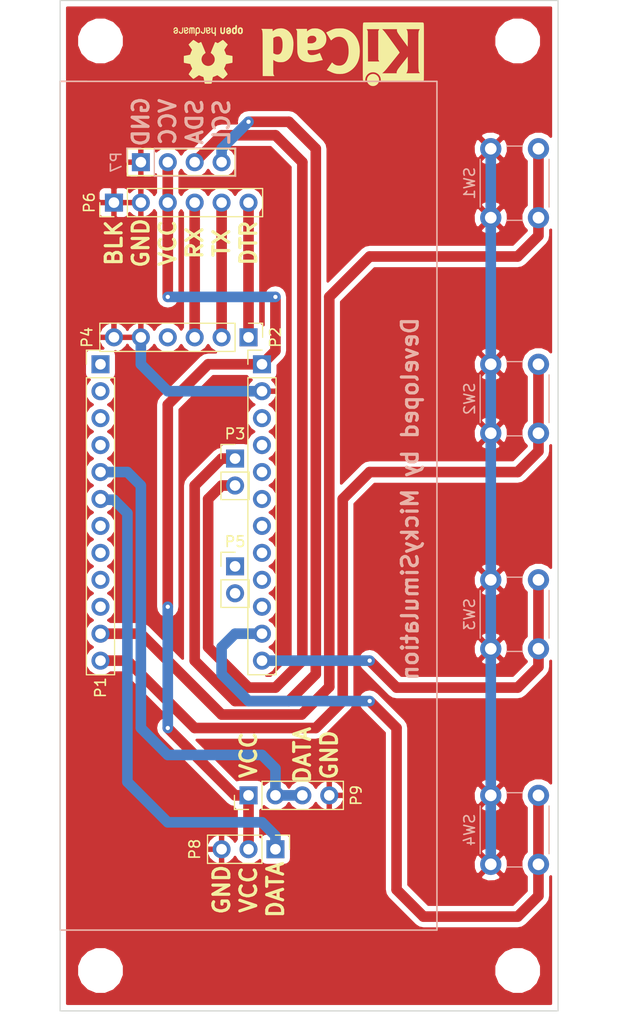
<source format=kicad_pcb>
(kicad_pcb (version 4) (host pcbnew 4.0.4-stable)

  (general
    (links 35)
    (no_connects 0)
    (area 134.569999 58.369999 181.660001 153.720001)
    (thickness 1.6)
    (drawings 36)
    (tracks 117)
    (zones 0)
    (modules 19)
    (nets 33)
  )

  (page A4)
  (title_block
    (title "Domotic Shutter Board")
    (date 2019-04-05)
    (rev Michele)
    (company MickySimulation)
  )

  (layers
    (0 F.Cu signal)
    (31 B.Cu signal)
    (32 B.Adhes user)
    (33 F.Adhes user)
    (34 B.Paste user)
    (35 F.Paste user)
    (36 B.SilkS user)
    (37 F.SilkS user)
    (38 B.Mask user)
    (39 F.Mask user)
    (40 Dwgs.User user)
    (41 Cmts.User user)
    (42 Eco1.User user)
    (43 Eco2.User user)
    (44 Edge.Cuts user)
    (45 Margin user)
    (46 B.CrtYd user)
    (47 F.CrtYd user)
    (48 B.Fab user)
    (49 F.Fab user)
  )

  (setup
    (last_trace_width 0.25)
    (user_trace_width 0.5)
    (user_trace_width 0.6)
    (user_trace_width 0.7)
    (user_trace_width 0.8)
    (user_trace_width 0.9)
    (user_trace_width 1)
    (trace_clearance 0.2)
    (zone_clearance 0.508)
    (zone_45_only no)
    (trace_min 0.2)
    (segment_width 0.15)
    (edge_width 0.1)
    (via_size 0.6)
    (via_drill 0.4)
    (via_min_size 0.4)
    (via_min_drill 0.3)
    (uvia_size 0.3)
    (uvia_drill 0.1)
    (uvias_allowed no)
    (uvia_min_size 0.2)
    (uvia_min_drill 0.1)
    (pcb_text_width 0.3)
    (pcb_text_size 1.5 1.5)
    (mod_edge_width 0.15)
    (mod_text_size 1 1)
    (mod_text_width 0.15)
    (pad_size 1.5 1.5)
    (pad_drill 0.6)
    (pad_to_mask_clearance 0)
    (aux_axis_origin 137.16 114.3)
    (visible_elements 7FFFFFFF)
    (pcbplotparams
      (layerselection 0x3ffff_80000001)
      (usegerberextensions true)
      (excludeedgelayer true)
      (linewidth 0.100000)
      (plotframeref false)
      (viasonmask true)
      (mode 1)
      (useauxorigin false)
      (hpglpennumber 1)
      (hpglpenspeed 20)
      (hpglpendiameter 15)
      (hpglpenoverlay 2)
      (psnegative false)
      (psa4output false)
      (plotreference true)
      (plotvalue true)
      (plotinvisibletext false)
      (padsonsilk false)
      (subtractmaskfromsilk false)
      (outputformat 1)
      (mirror false)
      (drillshape 0)
      (scaleselection 1)
      (outputdirectory 3D/))
  )

  (net 0 "")
  (net 1 "/1(Tx)")
  (net 2 "/0(Rx)")
  (net 3 GND)
  (net 4 /2)
  (net 5 "/3(**)")
  (net 6 /8)
  (net 7 "/9(**)")
  (net 8 /DTR)
  (net 9 VCC)
  (net 10 /A5)
  (net 11 /A4)
  (net 12 "/11(**/MOSI)")
  (net 13 "/10(**/SS)")
  (net 14 /A7)
  (net 15 /A6)
  (net 16 "Net-(P2-Pad4)")
  (net 17 "Net-(P4-Pad4)")
  (net 18 "Net-(P4-Pad3)")
  (net 19 "Net-(P1-Pad1)")
  (net 20 "Net-(P1-Pad2)")
  (net 21 "Net-(P1-Pad3)")
  (net 22 "Net-(P1-Pad4)")
  (net 23 "Net-(P1-Pad7)")
  (net 24 "Net-(P1-Pad8)")
  (net 25 "Net-(P1-Pad9)")
  (net 26 "Net-(P1-Pad10)")
  (net 27 "Net-(P4-Pad5)")
  (net 28 "Net-(P4-Pad6)")
  (net 29 "Net-(P4-Pad7)")
  (net 30 "Net-(P4-Pad8)")
  (net 31 "Net-(P4-Pad9)")
  (net 32 "Net-(P4-Pad10)")

  (net_class Default "This is the default net class."
    (clearance 0.2)
    (trace_width 0.25)
    (via_dia 0.6)
    (via_drill 0.4)
    (uvia_dia 0.3)
    (uvia_drill 0.1)
    (add_net "/0(Rx)")
    (add_net "/1(Tx)")
    (add_net "/10(**/SS)")
    (add_net "/11(**/MOSI)")
    (add_net /2)
    (add_net "/3(**)")
    (add_net /8)
    (add_net "/9(**)")
    (add_net /A4)
    (add_net /A5)
    (add_net /A6)
    (add_net /A7)
    (add_net /DTR)
    (add_net GND)
    (add_net "Net-(P1-Pad1)")
    (add_net "Net-(P1-Pad10)")
    (add_net "Net-(P1-Pad2)")
    (add_net "Net-(P1-Pad3)")
    (add_net "Net-(P1-Pad4)")
    (add_net "Net-(P1-Pad7)")
    (add_net "Net-(P1-Pad8)")
    (add_net "Net-(P1-Pad9)")
    (add_net "Net-(P2-Pad4)")
    (add_net "Net-(P4-Pad10)")
    (add_net "Net-(P4-Pad3)")
    (add_net "Net-(P4-Pad4)")
    (add_net "Net-(P4-Pad5)")
    (add_net "Net-(P4-Pad6)")
    (add_net "Net-(P4-Pad7)")
    (add_net "Net-(P4-Pad8)")
    (add_net "Net-(P4-Pad9)")
    (add_net VCC)
  )

  (module Mounting_Holes:MountingHole_3.2mm_M3 (layer F.Cu) (tedit 5CA7ACC5) (tstamp 5CA7AA6E)
    (at 138.43 62.23)
    (descr "Mounting Hole 3.2mm, no annular, M3")
    (tags "mounting hole 3.2mm no annular m3")
    (attr virtual)
    (fp_text reference REF** (at 0 0) (layer F.SilkS) hide
      (effects (font (size 1 1) (thickness 0.15)))
    )
    (fp_text value MountingHole_3.2mm_M3 (at 0 4.2) (layer F.Fab)
      (effects (font (size 1 1) (thickness 0.15)))
    )
    (fp_text user %R (at 0.3 0) (layer F.Fab)
      (effects (font (size 1 1) (thickness 0.15)))
    )
    (fp_circle (center 0 0) (end 3.2 0) (layer Cmts.User) (width 0.15))
    (fp_circle (center 0 0) (end 3.45 0) (layer F.CrtYd) (width 0.05))
    (pad 1 np_thru_hole circle (at 0 0) (size 3.2 3.2) (drill 3.2) (layers *.Cu *.Mask))
  )

  (module Buttons_Switches_ThroughHole:SW_PUSH_6mm (layer B.Cu) (tedit 5923F252) (tstamp 5CA7391F)
    (at 175.26 72.39 270)
    (descr https://www.omron.com/ecb/products/pdf/en-b3f.pdf)
    (tags "tact sw push 6mm")
    (path /5CA7286F)
    (fp_text reference SW1 (at 3.25 2 270) (layer B.SilkS)
      (effects (font (size 1 1) (thickness 0.15)) (justify mirror))
    )
    (fp_text value SW_PUSH (at 3.75 -6.7 270) (layer B.Fab)
      (effects (font (size 1 1) (thickness 0.15)) (justify mirror))
    )
    (fp_text user %R (at 3.25 -2.25 270) (layer B.Fab)
      (effects (font (size 1 1) (thickness 0.15)) (justify mirror))
    )
    (fp_line (start 3.25 0.75) (end 6.25 0.75) (layer B.Fab) (width 0.1))
    (fp_line (start 6.25 0.75) (end 6.25 -5.25) (layer B.Fab) (width 0.1))
    (fp_line (start 6.25 -5.25) (end 0.25 -5.25) (layer B.Fab) (width 0.1))
    (fp_line (start 0.25 -5.25) (end 0.25 0.75) (layer B.Fab) (width 0.1))
    (fp_line (start 0.25 0.75) (end 3.25 0.75) (layer B.Fab) (width 0.1))
    (fp_line (start 7.75 -6) (end 8 -6) (layer B.CrtYd) (width 0.05))
    (fp_line (start 8 -6) (end 8 -5.75) (layer B.CrtYd) (width 0.05))
    (fp_line (start 7.75 1.5) (end 8 1.5) (layer B.CrtYd) (width 0.05))
    (fp_line (start 8 1.5) (end 8 1.25) (layer B.CrtYd) (width 0.05))
    (fp_line (start -1.5 1.25) (end -1.5 1.5) (layer B.CrtYd) (width 0.05))
    (fp_line (start -1.5 1.5) (end -1.25 1.5) (layer B.CrtYd) (width 0.05))
    (fp_line (start -1.5 -5.75) (end -1.5 -6) (layer B.CrtYd) (width 0.05))
    (fp_line (start -1.5 -6) (end -1.25 -6) (layer B.CrtYd) (width 0.05))
    (fp_line (start -1.25 1.5) (end 7.75 1.5) (layer B.CrtYd) (width 0.05))
    (fp_line (start -1.5 -5.75) (end -1.5 1.25) (layer B.CrtYd) (width 0.05))
    (fp_line (start 7.75 -6) (end -1.25 -6) (layer B.CrtYd) (width 0.05))
    (fp_line (start 8 1.25) (end 8 -5.75) (layer B.CrtYd) (width 0.05))
    (fp_line (start 1 -5.5) (end 5.5 -5.5) (layer B.SilkS) (width 0.12))
    (fp_line (start -0.25 -1.5) (end -0.25 -3) (layer B.SilkS) (width 0.12))
    (fp_line (start 5.5 1) (end 1 1) (layer B.SilkS) (width 0.12))
    (fp_line (start 6.75 -3) (end 6.75 -1.5) (layer B.SilkS) (width 0.12))
    (fp_circle (center 3.25 -2.25) (end 1.25 -2.5) (layer B.Fab) (width 0.1))
    (pad 2 thru_hole circle (at 0 -4.5 180) (size 2 2) (drill 1.1) (layers *.Cu *.Mask)
      (net 6 /8))
    (pad 1 thru_hole circle (at 0 0 180) (size 2 2) (drill 1.1) (layers *.Cu *.Mask)
      (net 3 GND))
    (pad 2 thru_hole circle (at 6.5 -4.5 180) (size 2 2) (drill 1.1) (layers *.Cu *.Mask)
      (net 6 /8))
    (pad 1 thru_hole circle (at 6.5 0 180) (size 2 2) (drill 1.1) (layers *.Cu *.Mask)
      (net 3 GND))
    (model ${KISYS3DMOD}/Buttons_Switches_THT.3dshapes/SW_PUSH_6mm.wrl
      (at (xyz 0.005 0 0))
      (scale (xyz 0.3937 0.3937 0.3937))
      (rotate (xyz 0 0 0))
    )
  )

  (module Buttons_Switches_ThroughHole:SW_PUSH_6mm (layer B.Cu) (tedit 5923F252) (tstamp 5CA73927)
    (at 175.26 92.71 270)
    (descr https://www.omron.com/ecb/products/pdf/en-b3f.pdf)
    (tags "tact sw push 6mm")
    (path /5CA729AE)
    (fp_text reference SW2 (at 3.25 2 270) (layer B.SilkS)
      (effects (font (size 1 1) (thickness 0.15)) (justify mirror))
    )
    (fp_text value SW_PUSH (at 3.75 -6.7 270) (layer B.Fab)
      (effects (font (size 1 1) (thickness 0.15)) (justify mirror))
    )
    (fp_text user %R (at 3.25 -2.25 270) (layer B.Fab)
      (effects (font (size 1 1) (thickness 0.15)) (justify mirror))
    )
    (fp_line (start 3.25 0.75) (end 6.25 0.75) (layer B.Fab) (width 0.1))
    (fp_line (start 6.25 0.75) (end 6.25 -5.25) (layer B.Fab) (width 0.1))
    (fp_line (start 6.25 -5.25) (end 0.25 -5.25) (layer B.Fab) (width 0.1))
    (fp_line (start 0.25 -5.25) (end 0.25 0.75) (layer B.Fab) (width 0.1))
    (fp_line (start 0.25 0.75) (end 3.25 0.75) (layer B.Fab) (width 0.1))
    (fp_line (start 7.75 -6) (end 8 -6) (layer B.CrtYd) (width 0.05))
    (fp_line (start 8 -6) (end 8 -5.75) (layer B.CrtYd) (width 0.05))
    (fp_line (start 7.75 1.5) (end 8 1.5) (layer B.CrtYd) (width 0.05))
    (fp_line (start 8 1.5) (end 8 1.25) (layer B.CrtYd) (width 0.05))
    (fp_line (start -1.5 1.25) (end -1.5 1.5) (layer B.CrtYd) (width 0.05))
    (fp_line (start -1.5 1.5) (end -1.25 1.5) (layer B.CrtYd) (width 0.05))
    (fp_line (start -1.5 -5.75) (end -1.5 -6) (layer B.CrtYd) (width 0.05))
    (fp_line (start -1.5 -6) (end -1.25 -6) (layer B.CrtYd) (width 0.05))
    (fp_line (start -1.25 1.5) (end 7.75 1.5) (layer B.CrtYd) (width 0.05))
    (fp_line (start -1.5 -5.75) (end -1.5 1.25) (layer B.CrtYd) (width 0.05))
    (fp_line (start 7.75 -6) (end -1.25 -6) (layer B.CrtYd) (width 0.05))
    (fp_line (start 8 1.25) (end 8 -5.75) (layer B.CrtYd) (width 0.05))
    (fp_line (start 1 -5.5) (end 5.5 -5.5) (layer B.SilkS) (width 0.12))
    (fp_line (start -0.25 -1.5) (end -0.25 -3) (layer B.SilkS) (width 0.12))
    (fp_line (start 5.5 1) (end 1 1) (layer B.SilkS) (width 0.12))
    (fp_line (start 6.75 -3) (end 6.75 -1.5) (layer B.SilkS) (width 0.12))
    (fp_circle (center 3.25 -2.25) (end 1.25 -2.5) (layer B.Fab) (width 0.1))
    (pad 2 thru_hole circle (at 0 -4.5 180) (size 2 2) (drill 1.1) (layers *.Cu *.Mask)
      (net 7 "/9(**)"))
    (pad 1 thru_hole circle (at 0 0 180) (size 2 2) (drill 1.1) (layers *.Cu *.Mask)
      (net 3 GND))
    (pad 2 thru_hole circle (at 6.5 -4.5 180) (size 2 2) (drill 1.1) (layers *.Cu *.Mask)
      (net 7 "/9(**)"))
    (pad 1 thru_hole circle (at 6.5 0 180) (size 2 2) (drill 1.1) (layers *.Cu *.Mask)
      (net 3 GND))
    (model ${KISYS3DMOD}/Buttons_Switches_THT.3dshapes/SW_PUSH_6mm.wrl
      (at (xyz 0.005 0 0))
      (scale (xyz 0.3937 0.3937 0.3937))
      (rotate (xyz 0 0 0))
    )
  )

  (module Buttons_Switches_ThroughHole:SW_PUSH_6mm (layer B.Cu) (tedit 5923F252) (tstamp 5CA7392F)
    (at 175.26 113.03 270)
    (descr https://www.omron.com/ecb/products/pdf/en-b3f.pdf)
    (tags "tact sw push 6mm")
    (path /5CA729E5)
    (fp_text reference SW3 (at 3.25 2 270) (layer B.SilkS)
      (effects (font (size 1 1) (thickness 0.15)) (justify mirror))
    )
    (fp_text value SW_PUSH (at 3.75 -6.7 270) (layer B.Fab)
      (effects (font (size 1 1) (thickness 0.15)) (justify mirror))
    )
    (fp_text user %R (at 3.25 -2.25 270) (layer B.Fab)
      (effects (font (size 1 1) (thickness 0.15)) (justify mirror))
    )
    (fp_line (start 3.25 0.75) (end 6.25 0.75) (layer B.Fab) (width 0.1))
    (fp_line (start 6.25 0.75) (end 6.25 -5.25) (layer B.Fab) (width 0.1))
    (fp_line (start 6.25 -5.25) (end 0.25 -5.25) (layer B.Fab) (width 0.1))
    (fp_line (start 0.25 -5.25) (end 0.25 0.75) (layer B.Fab) (width 0.1))
    (fp_line (start 0.25 0.75) (end 3.25 0.75) (layer B.Fab) (width 0.1))
    (fp_line (start 7.75 -6) (end 8 -6) (layer B.CrtYd) (width 0.05))
    (fp_line (start 8 -6) (end 8 -5.75) (layer B.CrtYd) (width 0.05))
    (fp_line (start 7.75 1.5) (end 8 1.5) (layer B.CrtYd) (width 0.05))
    (fp_line (start 8 1.5) (end 8 1.25) (layer B.CrtYd) (width 0.05))
    (fp_line (start -1.5 1.25) (end -1.5 1.5) (layer B.CrtYd) (width 0.05))
    (fp_line (start -1.5 1.5) (end -1.25 1.5) (layer B.CrtYd) (width 0.05))
    (fp_line (start -1.5 -5.75) (end -1.5 -6) (layer B.CrtYd) (width 0.05))
    (fp_line (start -1.5 -6) (end -1.25 -6) (layer B.CrtYd) (width 0.05))
    (fp_line (start -1.25 1.5) (end 7.75 1.5) (layer B.CrtYd) (width 0.05))
    (fp_line (start -1.5 -5.75) (end -1.5 1.25) (layer B.CrtYd) (width 0.05))
    (fp_line (start 7.75 -6) (end -1.25 -6) (layer B.CrtYd) (width 0.05))
    (fp_line (start 8 1.25) (end 8 -5.75) (layer B.CrtYd) (width 0.05))
    (fp_line (start 1 -5.5) (end 5.5 -5.5) (layer B.SilkS) (width 0.12))
    (fp_line (start -0.25 -1.5) (end -0.25 -3) (layer B.SilkS) (width 0.12))
    (fp_line (start 5.5 1) (end 1 1) (layer B.SilkS) (width 0.12))
    (fp_line (start 6.75 -3) (end 6.75 -1.5) (layer B.SilkS) (width 0.12))
    (fp_circle (center 3.25 -2.25) (end 1.25 -2.5) (layer B.Fab) (width 0.1))
    (pad 2 thru_hole circle (at 0 -4.5 180) (size 2 2) (drill 1.1) (layers *.Cu *.Mask)
      (net 13 "/10(**/SS)"))
    (pad 1 thru_hole circle (at 0 0 180) (size 2 2) (drill 1.1) (layers *.Cu *.Mask)
      (net 3 GND))
    (pad 2 thru_hole circle (at 6.5 -4.5 180) (size 2 2) (drill 1.1) (layers *.Cu *.Mask)
      (net 13 "/10(**/SS)"))
    (pad 1 thru_hole circle (at 6.5 0 180) (size 2 2) (drill 1.1) (layers *.Cu *.Mask)
      (net 3 GND))
    (model ${KISYS3DMOD}/Buttons_Switches_THT.3dshapes/SW_PUSH_6mm.wrl
      (at (xyz 0.005 0 0))
      (scale (xyz 0.3937 0.3937 0.3937))
      (rotate (xyz 0 0 0))
    )
  )

  (module Buttons_Switches_ThroughHole:SW_PUSH_6mm (layer B.Cu) (tedit 5923F252) (tstamp 5CA73937)
    (at 175.26 133.35 270)
    (descr https://www.omron.com/ecb/products/pdf/en-b3f.pdf)
    (tags "tact sw push 6mm")
    (path /5CA72A28)
    (fp_text reference SW4 (at 3.25 2 270) (layer B.SilkS)
      (effects (font (size 1 1) (thickness 0.15)) (justify mirror))
    )
    (fp_text value SW_PUSH (at 3.75 -6.7 270) (layer B.Fab)
      (effects (font (size 1 1) (thickness 0.15)) (justify mirror))
    )
    (fp_text user %R (at 3.25 -2.25 270) (layer B.Fab)
      (effects (font (size 1 1) (thickness 0.15)) (justify mirror))
    )
    (fp_line (start 3.25 0.75) (end 6.25 0.75) (layer B.Fab) (width 0.1))
    (fp_line (start 6.25 0.75) (end 6.25 -5.25) (layer B.Fab) (width 0.1))
    (fp_line (start 6.25 -5.25) (end 0.25 -5.25) (layer B.Fab) (width 0.1))
    (fp_line (start 0.25 -5.25) (end 0.25 0.75) (layer B.Fab) (width 0.1))
    (fp_line (start 0.25 0.75) (end 3.25 0.75) (layer B.Fab) (width 0.1))
    (fp_line (start 7.75 -6) (end 8 -6) (layer B.CrtYd) (width 0.05))
    (fp_line (start 8 -6) (end 8 -5.75) (layer B.CrtYd) (width 0.05))
    (fp_line (start 7.75 1.5) (end 8 1.5) (layer B.CrtYd) (width 0.05))
    (fp_line (start 8 1.5) (end 8 1.25) (layer B.CrtYd) (width 0.05))
    (fp_line (start -1.5 1.25) (end -1.5 1.5) (layer B.CrtYd) (width 0.05))
    (fp_line (start -1.5 1.5) (end -1.25 1.5) (layer B.CrtYd) (width 0.05))
    (fp_line (start -1.5 -5.75) (end -1.5 -6) (layer B.CrtYd) (width 0.05))
    (fp_line (start -1.5 -6) (end -1.25 -6) (layer B.CrtYd) (width 0.05))
    (fp_line (start -1.25 1.5) (end 7.75 1.5) (layer B.CrtYd) (width 0.05))
    (fp_line (start -1.5 -5.75) (end -1.5 1.25) (layer B.CrtYd) (width 0.05))
    (fp_line (start 7.75 -6) (end -1.25 -6) (layer B.CrtYd) (width 0.05))
    (fp_line (start 8 1.25) (end 8 -5.75) (layer B.CrtYd) (width 0.05))
    (fp_line (start 1 -5.5) (end 5.5 -5.5) (layer B.SilkS) (width 0.12))
    (fp_line (start -0.25 -1.5) (end -0.25 -3) (layer B.SilkS) (width 0.12))
    (fp_line (start 5.5 1) (end 1 1) (layer B.SilkS) (width 0.12))
    (fp_line (start 6.75 -3) (end 6.75 -1.5) (layer B.SilkS) (width 0.12))
    (fp_circle (center 3.25 -2.25) (end 1.25 -2.5) (layer B.Fab) (width 0.1))
    (pad 2 thru_hole circle (at 0 -4.5 180) (size 2 2) (drill 1.1) (layers *.Cu *.Mask)
      (net 12 "/11(**/MOSI)"))
    (pad 1 thru_hole circle (at 0 0 180) (size 2 2) (drill 1.1) (layers *.Cu *.Mask)
      (net 3 GND))
    (pad 2 thru_hole circle (at 6.5 -4.5 180) (size 2 2) (drill 1.1) (layers *.Cu *.Mask)
      (net 12 "/11(**/MOSI)"))
    (pad 1 thru_hole circle (at 6.5 0 180) (size 2 2) (drill 1.1) (layers *.Cu *.Mask)
      (net 3 GND))
    (model ${KISYS3DMOD}/Buttons_Switches_THT.3dshapes/SW_PUSH_6mm.wrl
      (at (xyz 0.005 0 0))
      (scale (xyz 0.3937 0.3937 0.3937))
      (rotate (xyz 0 0 0))
    )
  )

  (module Socket_Strips:Socket_Strip_Straight_1x12_Pitch2.54mm (layer F.Cu) (tedit 5CA7A2D6) (tstamp 5CA747D8)
    (at 138.43 92.71)
    (descr "Through hole straight socket strip, 1x12, 2.54mm pitch, single row")
    (tags "Through hole socket strip THT 1x12 2.54mm single row")
    (path /56D754D1)
    (fp_text reference P1 (at 0 30.48 90) (layer F.SilkS)
      (effects (font (size 1 1) (thickness 0.15)))
    )
    (fp_text value Digital (at 0 30.27) (layer F.Fab)
      (effects (font (size 1 1) (thickness 0.15)))
    )
    (fp_line (start -1.27 -1.27) (end -1.27 29.21) (layer F.Fab) (width 0.1))
    (fp_line (start -1.27 29.21) (end 1.27 29.21) (layer F.Fab) (width 0.1))
    (fp_line (start 1.27 29.21) (end 1.27 -1.27) (layer F.Fab) (width 0.1))
    (fp_line (start 1.27 -1.27) (end -1.27 -1.27) (layer F.Fab) (width 0.1))
    (fp_line (start -1.33 1.27) (end -1.33 29.27) (layer F.SilkS) (width 0.12))
    (fp_line (start -1.33 29.27) (end 1.33 29.27) (layer F.SilkS) (width 0.12))
    (fp_line (start 1.33 29.27) (end 1.33 1.27) (layer F.SilkS) (width 0.12))
    (fp_line (start 1.33 1.27) (end -1.33 1.27) (layer F.SilkS) (width 0.12))
    (fp_line (start -1.33 0) (end -1.33 -1.33) (layer F.SilkS) (width 0.12))
    (fp_line (start -1.33 -1.33) (end 0 -1.33) (layer F.SilkS) (width 0.12))
    (fp_line (start -1.8 -1.8) (end -1.8 29.75) (layer F.CrtYd) (width 0.05))
    (fp_line (start -1.8 29.75) (end 1.8 29.75) (layer F.CrtYd) (width 0.05))
    (fp_line (start 1.8 29.75) (end 1.8 -1.8) (layer F.CrtYd) (width 0.05))
    (fp_line (start 1.8 -1.8) (end -1.8 -1.8) (layer F.CrtYd) (width 0.05))
    (fp_text user %R (at 0 -2.33) (layer F.Fab)
      (effects (font (size 1 1) (thickness 0.15)))
    )
    (pad 1 thru_hole rect (at 0 0) (size 1.7 1.7) (drill 1) (layers *.Cu *.Mask)
      (net 19 "Net-(P1-Pad1)"))
    (pad 2 thru_hole oval (at 0 2.54) (size 1.7 1.7) (drill 1) (layers *.Cu *.Mask)
      (net 20 "Net-(P1-Pad2)"))
    (pad 3 thru_hole oval (at 0 5.08) (size 1.7 1.7) (drill 1) (layers *.Cu *.Mask)
      (net 21 "Net-(P1-Pad3)"))
    (pad 4 thru_hole oval (at 0 7.62) (size 1.7 1.7) (drill 1) (layers *.Cu *.Mask)
      (net 22 "Net-(P1-Pad4)"))
    (pad 5 thru_hole oval (at 0 10.16) (size 1.7 1.7) (drill 1) (layers *.Cu *.Mask)
      (net 4 /2))
    (pad 6 thru_hole oval (at 0 12.7) (size 1.7 1.7) (drill 1) (layers *.Cu *.Mask)
      (net 5 "/3(**)"))
    (pad 7 thru_hole oval (at 0 15.24) (size 1.7 1.7) (drill 1) (layers *.Cu *.Mask)
      (net 23 "Net-(P1-Pad7)"))
    (pad 8 thru_hole oval (at 0 17.78) (size 1.7 1.7) (drill 1) (layers *.Cu *.Mask)
      (net 24 "Net-(P1-Pad8)"))
    (pad 9 thru_hole oval (at 0 20.32) (size 1.7 1.7) (drill 1) (layers *.Cu *.Mask)
      (net 25 "Net-(P1-Pad9)"))
    (pad 10 thru_hole oval (at 0 22.86) (size 1.7 1.7) (drill 1) (layers *.Cu *.Mask)
      (net 26 "Net-(P1-Pad10)"))
    (pad 11 thru_hole oval (at 0 25.4) (size 1.7 1.7) (drill 1) (layers *.Cu *.Mask)
      (net 6 /8))
    (pad 12 thru_hole oval (at 0 27.94) (size 1.7 1.7) (drill 1) (layers *.Cu *.Mask)
      (net 7 "/9(**)"))
    (model ${KISYS3DMOD}/Socket_Strips.3dshapes/Socket_Strip_Straight_1x12_Pitch2.54mm.wrl
      (at (xyz 0 -0.55 0))
      (scale (xyz 1 1 1))
      (rotate (xyz 0 0 270))
    )
  )

  (module Socket_Strips:Socket_Strip_Straight_1x06_Pitch2.54mm (layer F.Cu) (tedit 5CA7A2E4) (tstamp 5CA747E7)
    (at 152.4 90.17 270)
    (descr "Through hole straight socket strip, 1x06, 2.54mm pitch, single row")
    (tags "Through hole socket strip THT 1x06 2.54mm single row")
    (path /56D75238)
    (fp_text reference P2 (at 0 -2.54 270) (layer F.SilkS)
      (effects (font (size 1 1) (thickness 0.15)))
    )
    (fp_text value COM (at 0 15.03 270) (layer F.Fab)
      (effects (font (size 1 1) (thickness 0.15)))
    )
    (fp_line (start -1.27 -1.27) (end -1.27 13.97) (layer F.Fab) (width 0.1))
    (fp_line (start -1.27 13.97) (end 1.27 13.97) (layer F.Fab) (width 0.1))
    (fp_line (start 1.27 13.97) (end 1.27 -1.27) (layer F.Fab) (width 0.1))
    (fp_line (start 1.27 -1.27) (end -1.27 -1.27) (layer F.Fab) (width 0.1))
    (fp_line (start -1.33 1.27) (end -1.33 14.03) (layer F.SilkS) (width 0.12))
    (fp_line (start -1.33 14.03) (end 1.33 14.03) (layer F.SilkS) (width 0.12))
    (fp_line (start 1.33 14.03) (end 1.33 1.27) (layer F.SilkS) (width 0.12))
    (fp_line (start 1.33 1.27) (end -1.33 1.27) (layer F.SilkS) (width 0.12))
    (fp_line (start -1.33 0) (end -1.33 -1.33) (layer F.SilkS) (width 0.12))
    (fp_line (start -1.33 -1.33) (end 0 -1.33) (layer F.SilkS) (width 0.12))
    (fp_line (start -1.8 -1.8) (end -1.8 14.5) (layer F.CrtYd) (width 0.05))
    (fp_line (start -1.8 14.5) (end 1.8 14.5) (layer F.CrtYd) (width 0.05))
    (fp_line (start 1.8 14.5) (end 1.8 -1.8) (layer F.CrtYd) (width 0.05))
    (fp_line (start 1.8 -1.8) (end -1.8 -1.8) (layer F.CrtYd) (width 0.05))
    (fp_text user %R (at 0 -2.33 270) (layer F.Fab)
      (effects (font (size 1 1) (thickness 0.15)))
    )
    (pad 1 thru_hole rect (at 0 0 270) (size 1.7 1.7) (drill 1) (layers *.Cu *.Mask)
      (net 8 /DTR))
    (pad 2 thru_hole oval (at 0 2.54 270) (size 1.7 1.7) (drill 1) (layers *.Cu *.Mask)
      (net 1 "/1(Tx)"))
    (pad 3 thru_hole oval (at 0 5.08 270) (size 1.7 1.7) (drill 1) (layers *.Cu *.Mask)
      (net 2 "/0(Rx)"))
    (pad 4 thru_hole oval (at 0 7.62 270) (size 1.7 1.7) (drill 1) (layers *.Cu *.Mask)
      (net 16 "Net-(P2-Pad4)"))
    (pad 5 thru_hole oval (at 0 10.16 270) (size 1.7 1.7) (drill 1) (layers *.Cu *.Mask)
      (net 3 GND))
    (pad 6 thru_hole oval (at 0 12.7 270) (size 1.7 1.7) (drill 1) (layers *.Cu *.Mask)
      (net 3 GND))
    (model ${KISYS3DMOD}/Socket_Strips.3dshapes/Socket_Strip_Straight_1x06_Pitch2.54mm.wrl
      (at (xyz 0 -0.25 0))
      (scale (xyz 1 1 1))
      (rotate (xyz 0 0 270))
    )
  )

  (module Socket_Strips:Socket_Strip_Straight_1x02_Pitch2.54mm (layer F.Cu) (tedit 58CD5446) (tstamp 5CA747F0)
    (at 151.13 101.6)
    (descr "Through hole straight socket strip, 1x02, 2.54mm pitch, single row")
    (tags "Through hole socket strip THT 1x02 2.54mm single row")
    (path /56D74FB3)
    (fp_text reference P3 (at 0 -2.33) (layer F.SilkS)
      (effects (font (size 1 1) (thickness 0.15)))
    )
    (fp_text value ADC (at 0 4.87) (layer F.Fab)
      (effects (font (size 1 1) (thickness 0.15)))
    )
    (fp_line (start -1.27 -1.27) (end -1.27 3.81) (layer F.Fab) (width 0.1))
    (fp_line (start -1.27 3.81) (end 1.27 3.81) (layer F.Fab) (width 0.1))
    (fp_line (start 1.27 3.81) (end 1.27 -1.27) (layer F.Fab) (width 0.1))
    (fp_line (start 1.27 -1.27) (end -1.27 -1.27) (layer F.Fab) (width 0.1))
    (fp_line (start -1.33 1.27) (end -1.33 3.87) (layer F.SilkS) (width 0.12))
    (fp_line (start -1.33 3.87) (end 1.33 3.87) (layer F.SilkS) (width 0.12))
    (fp_line (start 1.33 3.87) (end 1.33 1.27) (layer F.SilkS) (width 0.12))
    (fp_line (start 1.33 1.27) (end -1.33 1.27) (layer F.SilkS) (width 0.12))
    (fp_line (start -1.33 0) (end -1.33 -1.33) (layer F.SilkS) (width 0.12))
    (fp_line (start -1.33 -1.33) (end 0 -1.33) (layer F.SilkS) (width 0.12))
    (fp_line (start -1.8 -1.8) (end -1.8 4.35) (layer F.CrtYd) (width 0.05))
    (fp_line (start -1.8 4.35) (end 1.8 4.35) (layer F.CrtYd) (width 0.05))
    (fp_line (start 1.8 4.35) (end 1.8 -1.8) (layer F.CrtYd) (width 0.05))
    (fp_line (start 1.8 -1.8) (end -1.8 -1.8) (layer F.CrtYd) (width 0.05))
    (fp_text user %R (at 0 -2.33) (layer F.Fab)
      (effects (font (size 1 1) (thickness 0.15)))
    )
    (pad 1 thru_hole rect (at 0 0) (size 1.7 1.7) (drill 1) (layers *.Cu *.Mask)
      (net 10 /A5))
    (pad 2 thru_hole oval (at 0 2.54) (size 1.7 1.7) (drill 1) (layers *.Cu *.Mask)
      (net 11 /A4))
    (model ${KISYS3DMOD}/Socket_Strips.3dshapes/Socket_Strip_Straight_1x02_Pitch2.54mm.wrl
      (at (xyz 0 -0.05 0))
      (scale (xyz 1 1 1))
      (rotate (xyz 0 0 270))
    )
  )

  (module Socket_Strips:Socket_Strip_Straight_1x12_Pitch2.54mm (layer F.Cu) (tedit 5CA7AE5D) (tstamp 5CA747F5)
    (at 153.67 92.71)
    (descr "Through hole straight socket strip, 1x12, 2.54mm pitch, single row")
    (tags "Through hole socket strip THT 1x12 2.54mm single row")
    (path /56D755F3)
    (fp_text reference P4 (at -16.51 -2.54 90) (layer F.SilkS)
      (effects (font (size 1 1) (thickness 0.15)))
    )
    (fp_text value Analog (at 0 30.27) (layer F.Fab)
      (effects (font (size 1 1) (thickness 0.15)))
    )
    (fp_line (start -1.27 -1.27) (end -1.27 29.21) (layer F.Fab) (width 0.1))
    (fp_line (start -1.27 29.21) (end 1.27 29.21) (layer F.Fab) (width 0.1))
    (fp_line (start 1.27 29.21) (end 1.27 -1.27) (layer F.Fab) (width 0.1))
    (fp_line (start 1.27 -1.27) (end -1.27 -1.27) (layer F.Fab) (width 0.1))
    (fp_line (start -1.33 1.27) (end -1.33 29.27) (layer F.SilkS) (width 0.12))
    (fp_line (start -1.33 29.27) (end 1.33 29.27) (layer F.SilkS) (width 0.12))
    (fp_line (start 1.33 29.27) (end 1.33 1.27) (layer F.SilkS) (width 0.12))
    (fp_line (start 1.33 1.27) (end -1.33 1.27) (layer F.SilkS) (width 0.12))
    (fp_line (start -1.33 0) (end -1.33 -1.33) (layer F.SilkS) (width 0.12))
    (fp_line (start -1.33 -1.33) (end 0 -1.33) (layer F.SilkS) (width 0.12))
    (fp_line (start -1.8 -1.8) (end -1.8 29.75) (layer F.CrtYd) (width 0.05))
    (fp_line (start -1.8 29.75) (end 1.8 29.75) (layer F.CrtYd) (width 0.05))
    (fp_line (start 1.8 29.75) (end 1.8 -1.8) (layer F.CrtYd) (width 0.05))
    (fp_line (start 1.8 -1.8) (end -1.8 -1.8) (layer F.CrtYd) (width 0.05))
    (fp_text user %R (at 0 -2.33) (layer F.Fab)
      (effects (font (size 1 1) (thickness 0.15)))
    )
    (pad 1 thru_hole rect (at 0 0) (size 1.7 1.7) (drill 1) (layers *.Cu *.Mask)
      (net 9 VCC))
    (pad 2 thru_hole oval (at 0 2.54) (size 1.7 1.7) (drill 1) (layers *.Cu *.Mask)
      (net 3 GND))
    (pad 3 thru_hole oval (at 0 5.08) (size 1.7 1.7) (drill 1) (layers *.Cu *.Mask)
      (net 18 "Net-(P4-Pad3)"))
    (pad 4 thru_hole oval (at 0 7.62) (size 1.7 1.7) (drill 1) (layers *.Cu *.Mask)
      (net 17 "Net-(P4-Pad4)"))
    (pad 5 thru_hole oval (at 0 10.16) (size 1.7 1.7) (drill 1) (layers *.Cu *.Mask)
      (net 27 "Net-(P4-Pad5)"))
    (pad 6 thru_hole oval (at 0 12.7) (size 1.7 1.7) (drill 1) (layers *.Cu *.Mask)
      (net 28 "Net-(P4-Pad6)"))
    (pad 7 thru_hole oval (at 0 15.24) (size 1.7 1.7) (drill 1) (layers *.Cu *.Mask)
      (net 29 "Net-(P4-Pad7)"))
    (pad 8 thru_hole oval (at 0 17.78) (size 1.7 1.7) (drill 1) (layers *.Cu *.Mask)
      (net 30 "Net-(P4-Pad8)"))
    (pad 9 thru_hole oval (at 0 20.32) (size 1.7 1.7) (drill 1) (layers *.Cu *.Mask)
      (net 31 "Net-(P4-Pad9)"))
    (pad 10 thru_hole oval (at 0 22.86) (size 1.7 1.7) (drill 1) (layers *.Cu *.Mask)
      (net 32 "Net-(P4-Pad10)"))
    (pad 11 thru_hole oval (at 0 25.4) (size 1.7 1.7) (drill 1) (layers *.Cu *.Mask)
      (net 12 "/11(**/MOSI)"))
    (pad 12 thru_hole oval (at 0 27.94) (size 1.7 1.7) (drill 1) (layers *.Cu *.Mask)
      (net 13 "/10(**/SS)"))
    (model ${KISYS3DMOD}/Socket_Strips.3dshapes/Socket_Strip_Straight_1x12_Pitch2.54mm.wrl
      (at (xyz 0 -0.55 0))
      (scale (xyz 1 1 1))
      (rotate (xyz 0 0 270))
    )
  )

  (module Socket_Strips:Socket_Strip_Straight_1x02_Pitch2.54mm (layer F.Cu) (tedit 58CD5446) (tstamp 5CA74804)
    (at 151.13 111.76)
    (descr "Through hole straight socket strip, 1x02, 2.54mm pitch, single row")
    (tags "Through hole socket strip THT 1x02 2.54mm single row")
    (path /56D7505C)
    (fp_text reference P5 (at 0 -2.33) (layer F.SilkS)
      (effects (font (size 1 1) (thickness 0.15)))
    )
    (fp_text value ADC (at 0 4.87) (layer F.Fab)
      (effects (font (size 1 1) (thickness 0.15)))
    )
    (fp_line (start -1.27 -1.27) (end -1.27 3.81) (layer F.Fab) (width 0.1))
    (fp_line (start -1.27 3.81) (end 1.27 3.81) (layer F.Fab) (width 0.1))
    (fp_line (start 1.27 3.81) (end 1.27 -1.27) (layer F.Fab) (width 0.1))
    (fp_line (start 1.27 -1.27) (end -1.27 -1.27) (layer F.Fab) (width 0.1))
    (fp_line (start -1.33 1.27) (end -1.33 3.87) (layer F.SilkS) (width 0.12))
    (fp_line (start -1.33 3.87) (end 1.33 3.87) (layer F.SilkS) (width 0.12))
    (fp_line (start 1.33 3.87) (end 1.33 1.27) (layer F.SilkS) (width 0.12))
    (fp_line (start 1.33 1.27) (end -1.33 1.27) (layer F.SilkS) (width 0.12))
    (fp_line (start -1.33 0) (end -1.33 -1.33) (layer F.SilkS) (width 0.12))
    (fp_line (start -1.33 -1.33) (end 0 -1.33) (layer F.SilkS) (width 0.12))
    (fp_line (start -1.8 -1.8) (end -1.8 4.35) (layer F.CrtYd) (width 0.05))
    (fp_line (start -1.8 4.35) (end 1.8 4.35) (layer F.CrtYd) (width 0.05))
    (fp_line (start 1.8 4.35) (end 1.8 -1.8) (layer F.CrtYd) (width 0.05))
    (fp_line (start 1.8 -1.8) (end -1.8 -1.8) (layer F.CrtYd) (width 0.05))
    (fp_text user %R (at 0 -2.33) (layer F.Fab)
      (effects (font (size 1 1) (thickness 0.15)))
    )
    (pad 1 thru_hole rect (at 0 0) (size 1.7 1.7) (drill 1) (layers *.Cu *.Mask)
      (net 14 /A7))
    (pad 2 thru_hole oval (at 0 2.54) (size 1.7 1.7) (drill 1) (layers *.Cu *.Mask)
      (net 15 /A6))
    (model ${KISYS3DMOD}/Socket_Strips.3dshapes/Socket_Strip_Straight_1x02_Pitch2.54mm.wrl
      (at (xyz 0 -0.05 0))
      (scale (xyz 1 1 1))
      (rotate (xyz 0 0 270))
    )
  )

  (module Pin_Headers:Pin_Header_Straight_1x06_Pitch2.54mm (layer F.Cu) (tedit 59650532) (tstamp 5CA74809)
    (at 139.7 77.47 90)
    (descr "Through hole straight pin header, 1x06, 2.54mm pitch, single row")
    (tags "Through hole pin header THT 1x06 2.54mm single row")
    (path /5CA736FC)
    (fp_text reference P6 (at 0 -2.33 90) (layer F.SilkS)
      (effects (font (size 1 1) (thickness 0.15)))
    )
    (fp_text value COM (at 0 15.03 90) (layer F.Fab)
      (effects (font (size 1 1) (thickness 0.15)))
    )
    (fp_line (start -0.635 -1.27) (end 1.27 -1.27) (layer F.Fab) (width 0.1))
    (fp_line (start 1.27 -1.27) (end 1.27 13.97) (layer F.Fab) (width 0.1))
    (fp_line (start 1.27 13.97) (end -1.27 13.97) (layer F.Fab) (width 0.1))
    (fp_line (start -1.27 13.97) (end -1.27 -0.635) (layer F.Fab) (width 0.1))
    (fp_line (start -1.27 -0.635) (end -0.635 -1.27) (layer F.Fab) (width 0.1))
    (fp_line (start -1.33 14.03) (end 1.33 14.03) (layer F.SilkS) (width 0.12))
    (fp_line (start -1.33 1.27) (end -1.33 14.03) (layer F.SilkS) (width 0.12))
    (fp_line (start 1.33 1.27) (end 1.33 14.03) (layer F.SilkS) (width 0.12))
    (fp_line (start -1.33 1.27) (end 1.33 1.27) (layer F.SilkS) (width 0.12))
    (fp_line (start -1.33 0) (end -1.33 -1.33) (layer F.SilkS) (width 0.12))
    (fp_line (start -1.33 -1.33) (end 0 -1.33) (layer F.SilkS) (width 0.12))
    (fp_line (start -1.8 -1.8) (end -1.8 14.5) (layer F.CrtYd) (width 0.05))
    (fp_line (start -1.8 14.5) (end 1.8 14.5) (layer F.CrtYd) (width 0.05))
    (fp_line (start 1.8 14.5) (end 1.8 -1.8) (layer F.CrtYd) (width 0.05))
    (fp_line (start 1.8 -1.8) (end -1.8 -1.8) (layer F.CrtYd) (width 0.05))
    (fp_text user %R (at 0 6.35 180) (layer F.Fab)
      (effects (font (size 1 1) (thickness 0.15)))
    )
    (pad 1 thru_hole rect (at 0 0 90) (size 1.7 1.7) (drill 1) (layers *.Cu *.Mask)
      (net 3 GND))
    (pad 2 thru_hole oval (at 0 2.54 90) (size 1.7 1.7) (drill 1) (layers *.Cu *.Mask)
      (net 3 GND))
    (pad 3 thru_hole oval (at 0 5.08 90) (size 1.7 1.7) (drill 1) (layers *.Cu *.Mask)
      (net 9 VCC))
    (pad 4 thru_hole oval (at 0 7.62 90) (size 1.7 1.7) (drill 1) (layers *.Cu *.Mask)
      (net 2 "/0(Rx)"))
    (pad 5 thru_hole oval (at 0 10.16 90) (size 1.7 1.7) (drill 1) (layers *.Cu *.Mask)
      (net 1 "/1(Tx)"))
    (pad 6 thru_hole oval (at 0 12.7 90) (size 1.7 1.7) (drill 1) (layers *.Cu *.Mask)
      (net 8 /DTR))
    (model ${KISYS3DMOD}/Pin_Headers.3dshapes/Pin_Header_Straight_1x06_Pitch2.54mm.wrl
      (at (xyz 0 0 0))
      (scale (xyz 1 1 1))
      (rotate (xyz 0 0 0))
    )
  )

  (module Socket_Strips:Socket_Strip_Straight_1x04_Pitch2.54mm (layer B.Cu) (tedit 58CD5446) (tstamp 5CA74812)
    (at 142.24 73.66 270)
    (descr "Through hole straight socket strip, 1x04, 2.54mm pitch, single row")
    (tags "Through hole socket strip THT 1x04 2.54mm single row")
    (path /5CA7437E)
    (fp_text reference P7 (at 0 2.33 270) (layer B.SilkS)
      (effects (font (size 1 1) (thickness 0.15)) (justify mirror))
    )
    (fp_text value CONN_01X04 (at 0 -9.95 270) (layer B.Fab)
      (effects (font (size 1 1) (thickness 0.15)) (justify mirror))
    )
    (fp_line (start -1.27 1.27) (end -1.27 -8.89) (layer B.Fab) (width 0.1))
    (fp_line (start -1.27 -8.89) (end 1.27 -8.89) (layer B.Fab) (width 0.1))
    (fp_line (start 1.27 -8.89) (end 1.27 1.27) (layer B.Fab) (width 0.1))
    (fp_line (start 1.27 1.27) (end -1.27 1.27) (layer B.Fab) (width 0.1))
    (fp_line (start -1.33 -1.27) (end -1.33 -8.95) (layer B.SilkS) (width 0.12))
    (fp_line (start -1.33 -8.95) (end 1.33 -8.95) (layer B.SilkS) (width 0.12))
    (fp_line (start 1.33 -8.95) (end 1.33 -1.27) (layer B.SilkS) (width 0.12))
    (fp_line (start 1.33 -1.27) (end -1.33 -1.27) (layer B.SilkS) (width 0.12))
    (fp_line (start -1.33 0) (end -1.33 1.33) (layer B.SilkS) (width 0.12))
    (fp_line (start -1.33 1.33) (end 0 1.33) (layer B.SilkS) (width 0.12))
    (fp_line (start -1.8 1.8) (end -1.8 -9.4) (layer B.CrtYd) (width 0.05))
    (fp_line (start -1.8 -9.4) (end 1.8 -9.4) (layer B.CrtYd) (width 0.05))
    (fp_line (start 1.8 -9.4) (end 1.8 1.8) (layer B.CrtYd) (width 0.05))
    (fp_line (start 1.8 1.8) (end -1.8 1.8) (layer B.CrtYd) (width 0.05))
    (fp_text user %R (at 0 2.33 270) (layer B.Fab)
      (effects (font (size 1 1) (thickness 0.15)) (justify mirror))
    )
    (pad 1 thru_hole rect (at 0 0 270) (size 1.7 1.7) (drill 1) (layers *.Cu *.Mask)
      (net 3 GND))
    (pad 2 thru_hole oval (at 0 -2.54 270) (size 1.7 1.7) (drill 1) (layers *.Cu *.Mask)
      (net 9 VCC))
    (pad 3 thru_hole oval (at 0 -5.08 270) (size 1.7 1.7) (drill 1) (layers *.Cu *.Mask)
      (net 11 /A4))
    (pad 4 thru_hole oval (at 0 -7.62 270) (size 1.7 1.7) (drill 1) (layers *.Cu *.Mask)
      (net 10 /A5))
    (model ${KISYS3DMOD}/Socket_Strips.3dshapes/Socket_Strip_Straight_1x04_Pitch2.54mm.wrl
      (at (xyz 0 -0.15 0))
      (scale (xyz 1 1 1))
      (rotate (xyz 0 0 270))
    )
  )

  (module Socket_Strips:Socket_Strip_Straight_1x03_Pitch2.54mm (layer F.Cu) (tedit 5CA7A2F5) (tstamp 5CA74819)
    (at 154.94 138.43 270)
    (descr "Through hole straight socket strip, 1x03, 2.54mm pitch, single row")
    (tags "Through hole socket strip THT 1x03 2.54mm single row")
    (path /5CA74F56)
    (fp_text reference P8 (at 0 7.62 270) (layer F.SilkS)
      (effects (font (size 1 1) (thickness 0.15)))
    )
    (fp_text value CONN_01X03 (at 0 7.41 270) (layer F.Fab)
      (effects (font (size 1 1) (thickness 0.15)))
    )
    (fp_line (start -1.27 -1.27) (end -1.27 6.35) (layer F.Fab) (width 0.1))
    (fp_line (start -1.27 6.35) (end 1.27 6.35) (layer F.Fab) (width 0.1))
    (fp_line (start 1.27 6.35) (end 1.27 -1.27) (layer F.Fab) (width 0.1))
    (fp_line (start 1.27 -1.27) (end -1.27 -1.27) (layer F.Fab) (width 0.1))
    (fp_line (start -1.33 1.27) (end -1.33 6.41) (layer F.SilkS) (width 0.12))
    (fp_line (start -1.33 6.41) (end 1.33 6.41) (layer F.SilkS) (width 0.12))
    (fp_line (start 1.33 6.41) (end 1.33 1.27) (layer F.SilkS) (width 0.12))
    (fp_line (start 1.33 1.27) (end -1.33 1.27) (layer F.SilkS) (width 0.12))
    (fp_line (start -1.33 0) (end -1.33 -1.33) (layer F.SilkS) (width 0.12))
    (fp_line (start -1.33 -1.33) (end 0 -1.33) (layer F.SilkS) (width 0.12))
    (fp_line (start -1.8 -1.8) (end -1.8 6.85) (layer F.CrtYd) (width 0.05))
    (fp_line (start -1.8 6.85) (end 1.8 6.85) (layer F.CrtYd) (width 0.05))
    (fp_line (start 1.8 6.85) (end 1.8 -1.8) (layer F.CrtYd) (width 0.05))
    (fp_line (start 1.8 -1.8) (end -1.8 -1.8) (layer F.CrtYd) (width 0.05))
    (fp_text user %R (at 0 -2.33 270) (layer F.Fab)
      (effects (font (size 1 1) (thickness 0.15)))
    )
    (pad 1 thru_hole rect (at 0 0 270) (size 1.7 1.7) (drill 1) (layers *.Cu *.Mask)
      (net 5 "/3(**)"))
    (pad 2 thru_hole oval (at 0 2.54 270) (size 1.7 1.7) (drill 1) (layers *.Cu *.Mask)
      (net 9 VCC))
    (pad 3 thru_hole oval (at 0 5.08 270) (size 1.7 1.7) (drill 1) (layers *.Cu *.Mask)
      (net 3 GND))
    (model ${KISYS3DMOD}/Socket_Strips.3dshapes/Socket_Strip_Straight_1x03_Pitch2.54mm.wrl
      (at (xyz 0 -0.1 0))
      (scale (xyz 1 1 1))
      (rotate (xyz 0 0 270))
    )
  )

  (module Socket_Strips:Socket_Strip_Straight_1x04_Pitch2.54mm (layer F.Cu) (tedit 5CA7A2F9) (tstamp 5CA7481F)
    (at 152.4 133.35 90)
    (descr "Through hole straight socket strip, 1x04, 2.54mm pitch, single row")
    (tags "Through hole socket strip THT 1x04 2.54mm single row")
    (path /5CA750E1)
    (fp_text reference P9 (at 0 10.16 90) (layer F.SilkS)
      (effects (font (size 1 1) (thickness 0.15)))
    )
    (fp_text value CONN_01X04 (at 0 9.95 90) (layer F.Fab)
      (effects (font (size 1 1) (thickness 0.15)))
    )
    (fp_line (start -1.27 -1.27) (end -1.27 8.89) (layer F.Fab) (width 0.1))
    (fp_line (start -1.27 8.89) (end 1.27 8.89) (layer F.Fab) (width 0.1))
    (fp_line (start 1.27 8.89) (end 1.27 -1.27) (layer F.Fab) (width 0.1))
    (fp_line (start 1.27 -1.27) (end -1.27 -1.27) (layer F.Fab) (width 0.1))
    (fp_line (start -1.33 1.27) (end -1.33 8.95) (layer F.SilkS) (width 0.12))
    (fp_line (start -1.33 8.95) (end 1.33 8.95) (layer F.SilkS) (width 0.12))
    (fp_line (start 1.33 8.95) (end 1.33 1.27) (layer F.SilkS) (width 0.12))
    (fp_line (start 1.33 1.27) (end -1.33 1.27) (layer F.SilkS) (width 0.12))
    (fp_line (start -1.33 0) (end -1.33 -1.33) (layer F.SilkS) (width 0.12))
    (fp_line (start -1.33 -1.33) (end 0 -1.33) (layer F.SilkS) (width 0.12))
    (fp_line (start -1.8 -1.8) (end -1.8 9.4) (layer F.CrtYd) (width 0.05))
    (fp_line (start -1.8 9.4) (end 1.8 9.4) (layer F.CrtYd) (width 0.05))
    (fp_line (start 1.8 9.4) (end 1.8 -1.8) (layer F.CrtYd) (width 0.05))
    (fp_line (start 1.8 -1.8) (end -1.8 -1.8) (layer F.CrtYd) (width 0.05))
    (fp_text user %R (at 0 -2.33 90) (layer F.Fab)
      (effects (font (size 1 1) (thickness 0.15)))
    )
    (pad 1 thru_hole rect (at 0 0 90) (size 1.7 1.7) (drill 1) (layers *.Cu *.Mask)
      (net 9 VCC))
    (pad 2 thru_hole oval (at 0 2.54 90) (size 1.7 1.7) (drill 1) (layers *.Cu *.Mask)
      (net 4 /2))
    (pad 3 thru_hole oval (at 0 5.08 90) (size 1.7 1.7) (drill 1) (layers *.Cu *.Mask)
      (net 4 /2))
    (pad 4 thru_hole oval (at 0 7.62 90) (size 1.7 1.7) (drill 1) (layers *.Cu *.Mask)
      (net 3 GND))
    (model ${KISYS3DMOD}/Socket_Strips.3dshapes/Socket_Strip_Straight_1x04_Pitch2.54mm.wrl
      (at (xyz 0 -0.15 0))
      (scale (xyz 1 1 1))
      (rotate (xyz 0 0 270))
    )
  )

  (module Symbols:KiCad-Logo_6mm_SilkScreen (layer F.Cu) (tedit 0) (tstamp 5CA79EDF)
    (at 161.29 63.5 180)
    (descr "KiCad Logo")
    (tags "Logo KiCad")
    (attr virtual)
    (fp_text reference REF*** (at 0 0 180) (layer F.SilkS) hide
      (effects (font (size 1 1) (thickness 0.15)))
    )
    (fp_text value KiCad-Logo_6mm_SilkScreen (at 0.75 0 180) (layer F.Fab) hide
      (effects (font (size 1 1) (thickness 0.15)))
    )
    (fp_poly (pts (xy -5.955743 -2.526311) (xy -5.69122 -2.526275) (xy -5.568088 -2.52627) (xy -3.597189 -2.52627)
      (xy -3.597189 -2.41009) (xy -3.584789 -2.268709) (xy -3.547364 -2.138316) (xy -3.484577 -2.018138)
      (xy -3.396094 -1.907398) (xy -3.366157 -1.877489) (xy -3.258466 -1.792652) (xy -3.139725 -1.730779)
      (xy -3.01346 -1.691841) (xy -2.883197 -1.67581) (xy -2.752465 -1.682658) (xy -2.624788 -1.712357)
      (xy -2.503695 -1.76488) (xy -2.392712 -1.840197) (xy -2.342868 -1.885637) (xy -2.249983 -1.997048)
      (xy -2.181873 -2.119565) (xy -2.139129 -2.251785) (xy -2.122347 -2.392308) (xy -2.122124 -2.406133)
      (xy -2.121244 -2.526266) (xy -2.068443 -2.526268) (xy -2.021604 -2.519911) (xy -1.978817 -2.504444)
      (xy -1.975989 -2.502846) (xy -1.966325 -2.497832) (xy -1.957451 -2.493927) (xy -1.949335 -2.489993)
      (xy -1.941943 -2.484894) (xy -1.935245 -2.477492) (xy -1.929208 -2.466649) (xy -1.923801 -2.451228)
      (xy -1.91899 -2.430091) (xy -1.914745 -2.402101) (xy -1.911032 -2.366121) (xy -1.907821 -2.321013)
      (xy -1.905078 -2.26564) (xy -1.902772 -2.198863) (xy -1.900871 -2.119547) (xy -1.899342 -2.026553)
      (xy -1.898154 -1.918743) (xy -1.897274 -1.794981) (xy -1.89667 -1.654129) (xy -1.896311 -1.49505)
      (xy -1.896165 -1.316605) (xy -1.896198 -1.117658) (xy -1.89638 -0.897071) (xy -1.896677 -0.653707)
      (xy -1.897059 -0.386428) (xy -1.897492 -0.094097) (xy -1.897945 0.224424) (xy -1.897998 0.26323)
      (xy -1.898404 0.583782) (xy -1.898749 0.878012) (xy -1.899069 1.147056) (xy -1.8994 1.392052)
      (xy -1.899779 1.614137) (xy -1.900243 1.814447) (xy -1.900828 1.994119) (xy -1.90157 2.15429)
      (xy -1.902506 2.296098) (xy -1.903673 2.420679) (xy -1.905107 2.52917) (xy -1.906844 2.622707)
      (xy -1.908922 2.702429) (xy -1.911376 2.769472) (xy -1.914244 2.824973) (xy -1.917561 2.870068)
      (xy -1.921364 2.905895) (xy -1.92569 2.933591) (xy -1.930575 2.954293) (xy -1.936055 2.969137)
      (xy -1.942168 2.97926) (xy -1.94895 2.9858) (xy -1.956437 2.989893) (xy -1.964666 2.992676)
      (xy -1.973673 2.995287) (xy -1.983495 2.998862) (xy -1.985894 2.99995) (xy -1.993435 3.002396)
      (xy -2.006056 3.004642) (xy -2.024859 3.006698) (xy -2.050947 3.008572) (xy -2.085422 3.010271)
      (xy -2.129385 3.011803) (xy -2.183939 3.013177) (xy -2.250185 3.0144) (xy -2.329226 3.015481)
      (xy -2.422163 3.016427) (xy -2.530099 3.017247) (xy -2.654136 3.017947) (xy -2.795376 3.018538)
      (xy -2.954921 3.019025) (xy -3.133872 3.019419) (xy -3.333332 3.019725) (xy -3.554404 3.019953)
      (xy -3.798188 3.02011) (xy -4.065787 3.020205) (xy -4.358303 3.020245) (xy -4.676839 3.020238)
      (xy -4.780021 3.020228) (xy -5.105623 3.020176) (xy -5.404881 3.020091) (xy -5.678909 3.019963)
      (xy -5.928824 3.019785) (xy -6.15574 3.019548) (xy -6.360773 3.019242) (xy -6.545038 3.01886)
      (xy -6.70965 3.018392) (xy -6.855725 3.01783) (xy -6.984376 3.017165) (xy -7.096721 3.016388)
      (xy -7.193874 3.015491) (xy -7.27695 3.014465) (xy -7.347064 3.013301) (xy -7.405332 3.011991)
      (xy -7.452869 3.010525) (xy -7.49079 3.008896) (xy -7.52021 3.007093) (xy -7.542245 3.00511)
      (xy -7.55801 3.002936) (xy -7.56862 3.000563) (xy -7.574404 2.998391) (xy -7.584684 2.994056)
      (xy -7.594122 2.990859) (xy -7.602755 2.987665) (xy -7.610619 2.983338) (xy -7.617748 2.976744)
      (xy -7.624179 2.966747) (xy -7.629947 2.952212) (xy -7.635089 2.932003) (xy -7.63964 2.904985)
      (xy -7.643635 2.870023) (xy -7.647111 2.825981) (xy -7.650102 2.771724) (xy -7.652646 2.706117)
      (xy -7.654777 2.628024) (xy -7.656532 2.53631) (xy -7.657945 2.42984) (xy -7.658315 2.388973)
      (xy -7.291884 2.388973) (xy -5.996734 2.388973) (xy -6.021655 2.351217) (xy -6.046447 2.312417)
      (xy -6.06744 2.275469) (xy -6.084935 2.237788) (xy -6.09923 2.196788) (xy -6.110623 2.149883)
      (xy -6.119413 2.094487) (xy -6.125898 2.028016) (xy -6.130377 1.947883) (xy -6.13315 1.851502)
      (xy -6.134513 1.736289) (xy -6.134767 1.599657) (xy -6.134209 1.43902) (xy -6.133893 1.379382)
      (xy -6.130325 0.740041) (xy -5.725298 1.291449) (xy -5.610554 1.447876) (xy -5.511143 1.584088)
      (xy -5.42599 1.70189) (xy -5.354022 1.803084) (xy -5.294166 1.889477) (xy -5.245348 1.962874)
      (xy -5.206495 2.025077) (xy -5.176534 2.077893) (xy -5.154391 2.123125) (xy -5.138993 2.162578)
      (xy -5.129266 2.198058) (xy -5.124137 2.231368) (xy -5.122532 2.264313) (xy -5.123379 2.298697)
      (xy -5.123595 2.303019) (xy -5.128054 2.389031) (xy -3.708692 2.388973) (xy -3.814265 2.282522)
      (xy -3.842913 2.253406) (xy -3.87009 2.225076) (xy -3.896989 2.195968) (xy -3.924803 2.16452)
      (xy -3.954725 2.129169) (xy -3.987946 2.088354) (xy -4.025661 2.040511) (xy -4.06906 1.984079)
      (xy -4.119338 1.917494) (xy -4.177688 1.839195) (xy -4.2453 1.747619) (xy -4.323369 1.641204)
      (xy -4.413088 1.518387) (xy -4.515648 1.377605) (xy -4.632242 1.217297) (xy -4.727809 1.085798)
      (xy -4.847749 0.920596) (xy -4.95238 0.776152) (xy -5.042648 0.651094) (xy -5.119503 0.544052)
      (xy -5.183891 0.453654) (xy -5.236761 0.378529) (xy -5.27906 0.317304) (xy -5.311736 0.26861)
      (xy -5.335738 0.231074) (xy -5.352013 0.203325) (xy -5.361508 0.183992) (xy -5.365173 0.171703)
      (xy -5.364071 0.165242) (xy -5.350724 0.148048) (xy -5.321866 0.111655) (xy -5.27924 0.058224)
      (xy -5.224585 -0.010081) (xy -5.159644 -0.091097) (xy -5.086158 -0.18266) (xy -5.005868 -0.282608)
      (xy -4.920515 -0.388776) (xy -4.83184 -0.499003) (xy -4.741586 -0.611124) (xy -4.691944 -0.672756)
      (xy -3.459373 -0.672756) (xy -3.408146 -0.580081) (xy -3.356919 -0.487405) (xy -3.356919 2.203622)
      (xy -3.408146 2.296298) (xy -3.459373 2.388973) (xy -2.853396 2.388973) (xy -2.708734 2.388931)
      (xy -2.589244 2.388741) (xy -2.492642 2.388308) (xy -2.416642 2.387536) (xy -2.358957 2.38633)
      (xy -2.317301 2.384594) (xy -2.289389 2.382232) (xy -2.272935 2.37915) (xy -2.265652 2.375251)
      (xy -2.265255 2.37044) (xy -2.269458 2.364622) (xy -2.269501 2.364574) (xy -2.286813 2.339532)
      (xy -2.309736 2.298815) (xy -2.329981 2.258168) (xy -2.368379 2.176162) (xy -2.376211 -0.672756)
      (xy -3.459373 -0.672756) (xy -4.691944 -0.672756) (xy -4.651493 -0.722976) (xy -4.563302 -0.832396)
      (xy -4.478754 -0.937222) (xy -4.399592 -1.035289) (xy -4.327556 -1.124434) (xy -4.264387 -1.202495)
      (xy -4.211827 -1.267308) (xy -4.171617 -1.31671) (xy -4.148 -1.345513) (xy -4.05629 -1.453222)
      (xy -3.96806 -1.55042) (xy -3.886403 -1.633924) (xy -3.81441 -1.700552) (xy -3.763319 -1.741401)
      (xy -3.702907 -1.784865) (xy -5.092298 -1.784865) (xy -5.091908 -1.703334) (xy -5.095791 -1.643394)
      (xy -5.11039 -1.587823) (xy -5.132988 -1.535145) (xy -5.147678 -1.505385) (xy -5.163472 -1.475897)
      (xy -5.181814 -1.444724) (xy -5.204145 -1.409907) (xy -5.231909 -1.36949) (xy -5.266549 -1.321514)
      (xy -5.309507 -1.264022) (xy -5.362227 -1.195057) (xy -5.426151 -1.112661) (xy -5.502721 -1.014876)
      (xy -5.593381 -0.899745) (xy -5.699574 -0.76531) (xy -5.711568 -0.750141) (xy -6.130325 -0.220588)
      (xy -6.134378 -0.807078) (xy -6.135195 -0.982749) (xy -6.135021 -1.131468) (xy -6.133849 -1.253725)
      (xy -6.131669 -1.350011) (xy -6.128474 -1.420817) (xy -6.124256 -1.466631) (xy -6.122838 -1.475321)
      (xy -6.100591 -1.566865) (xy -6.071443 -1.649392) (xy -6.038182 -1.715747) (xy -6.0182 -1.74389)
      (xy -5.983722 -1.784865) (xy -6.637914 -1.784865) (xy -6.793969 -1.784731) (xy -6.924467 -1.784297)
      (xy -7.03131 -1.783511) (xy -7.116398 -1.782324) (xy -7.181635 -1.780683) (xy -7.228921 -1.778539)
      (xy -7.260157 -1.775841) (xy -7.277246 -1.772538) (xy -7.282088 -1.768579) (xy -7.281753 -1.767702)
      (xy -7.267885 -1.746769) (xy -7.244732 -1.713588) (xy -7.232754 -1.696807) (xy -7.220369 -1.68006)
      (xy -7.209237 -1.665085) (xy -7.199288 -1.650406) (xy -7.190451 -1.634551) (xy -7.182657 -1.616045)
      (xy -7.175835 -1.593415) (xy -7.169916 -1.565187) (xy -7.164829 -1.529887) (xy -7.160504 -1.486042)
      (xy -7.156871 -1.432178) (xy -7.15386 -1.36682) (xy -7.151401 -1.288496) (xy -7.149423 -1.195732)
      (xy -7.147858 -1.087053) (xy -7.146634 -0.960987) (xy -7.145681 -0.816058) (xy -7.14493 -0.650794)
      (xy -7.144311 -0.463721) (xy -7.143752 -0.253365) (xy -7.143185 -0.018252) (xy -7.142655 0.197741)
      (xy -7.142155 0.438535) (xy -7.141895 0.668274) (xy -7.141868 0.885493) (xy -7.142067 1.088722)
      (xy -7.142486 1.276496) (xy -7.143118 1.447345) (xy -7.143956 1.599803) (xy -7.144992 1.732403)
      (xy -7.14622 1.843676) (xy -7.147633 1.932156) (xy -7.149225 1.996375) (xy -7.150987 2.034865)
      (xy -7.151321 2.038933) (xy -7.163466 2.132248) (xy -7.182427 2.20719) (xy -7.211302 2.272594)
      (xy -7.25319 2.337293) (xy -7.258429 2.344352) (xy -7.291884 2.388973) (xy -7.658315 2.388973)
      (xy -7.659054 2.307479) (xy -7.659893 2.16809) (xy -7.660498 2.010539) (xy -7.660905 1.833691)
      (xy -7.66115 1.63641) (xy -7.661267 1.41756) (xy -7.661295 1.176007) (xy -7.661267 0.910615)
      (xy -7.66122 0.620249) (xy -7.66119 0.303773) (xy -7.661189 0.240946) (xy -7.661172 -0.078863)
      (xy -7.661112 -0.372339) (xy -7.661002 -0.64061) (xy -7.660833 -0.884802) (xy -7.660597 -1.106043)
      (xy -7.660284 -1.30546) (xy -7.659885 -1.48418) (xy -7.659393 -1.643329) (xy -7.658797 -1.784034)
      (xy -7.65809 -1.907424) (xy -7.657263 -2.014624) (xy -7.656307 -2.106762) (xy -7.655213 -2.184965)
      (xy -7.653973 -2.250359) (xy -7.652578 -2.304072) (xy -7.651018 -2.347231) (xy -7.649286 -2.380963)
      (xy -7.647372 -2.406395) (xy -7.645268 -2.424653) (xy -7.642966 -2.436866) (xy -7.640455 -2.444159)
      (xy -7.640363 -2.444341) (xy -7.635192 -2.455482) (xy -7.630885 -2.465569) (xy -7.626121 -2.474654)
      (xy -7.619578 -2.482788) (xy -7.609935 -2.490024) (xy -7.595871 -2.496414) (xy -7.576063 -2.502011)
      (xy -7.549191 -2.506867) (xy -7.513933 -2.511034) (xy -7.468968 -2.514564) (xy -7.412974 -2.517509)
      (xy -7.344629 -2.519923) (xy -7.262614 -2.521856) (xy -7.165605 -2.523362) (xy -7.052282 -2.524492)
      (xy -6.921323 -2.525298) (xy -6.771407 -2.525834) (xy -6.601213 -2.526151) (xy -6.409418 -2.526301)
      (xy -6.194702 -2.526337) (xy -5.955743 -2.526311)) (layer F.SilkS) (width 0.01))
    (fp_poly (pts (xy 0.439962 -1.839501) (xy 0.588014 -1.823293) (xy 0.731452 -1.794282) (xy 0.87611 -1.750955)
      (xy 1.027824 -1.691799) (xy 1.192428 -1.6153) (xy 1.222071 -1.600483) (xy 1.290098 -1.566969)
      (xy 1.354256 -1.536792) (xy 1.408215 -1.512834) (xy 1.44564 -1.497976) (xy 1.451389 -1.496105)
      (xy 1.506486 -1.479598) (xy 1.259851 -1.120799) (xy 1.199552 -1.033107) (xy 1.144422 -0.952988)
      (xy 1.096336 -0.883164) (xy 1.057168 -0.826353) (xy 1.028794 -0.785277) (xy 1.013087 -0.762654)
      (xy 1.010536 -0.759072) (xy 1.000171 -0.766562) (xy 0.97466 -0.789082) (xy 0.938563 -0.822539)
      (xy 0.918642 -0.84145) (xy 0.805773 -0.931222) (xy 0.679014 -0.999439) (xy 0.569783 -1.036805)
      (xy 0.504214 -1.04854) (xy 0.422116 -1.055692) (xy 0.333144 -1.058126) (xy 0.246956 -1.055712)
      (xy 0.173205 -1.048317) (xy 0.143776 -1.042653) (xy 0.011133 -0.997018) (xy -0.108394 -0.927337)
      (xy -0.214717 -0.83374) (xy -0.307747 -0.716351) (xy -0.387395 -0.5753) (xy -0.453574 -0.410714)
      (xy -0.506194 -0.22272) (xy -0.537467 -0.061783) (xy -0.545626 0.009263) (xy -0.551185 0.101046)
      (xy -0.554198 0.206968) (xy -0.554719 0.320434) (xy -0.5528 0.434849) (xy -0.548497 0.543617)
      (xy -0.541863 0.640143) (xy -0.532951 0.717831) (xy -0.531021 0.729817) (xy -0.488501 0.922892)
      (xy -0.430567 1.093773) (xy -0.356867 1.243224) (xy -0.267049 1.372011) (xy -0.203293 1.441639)
      (xy -0.088714 1.536173) (xy 0.036942 1.606246) (xy 0.171557 1.651477) (xy 0.313011 1.671484)
      (xy 0.459183 1.665885) (xy 0.607955 1.6343) (xy 0.695911 1.603394) (xy 0.817629 1.541506)
      (xy 0.94308 1.452729) (xy 1.013353 1.392694) (xy 1.052811 1.357947) (xy 1.083812 1.332454)
      (xy 1.101458 1.32017) (xy 1.103648 1.319795) (xy 1.111524 1.332347) (xy 1.131932 1.365516)
      (xy 1.163132 1.416458) (xy 1.203386 1.482331) (xy 1.250957 1.560289) (xy 1.304104 1.64749)
      (xy 1.333687 1.696067) (xy 1.559648 2.067215) (xy 1.277527 2.206639) (xy 1.175522 2.256719)
      (xy 1.092889 2.29621) (xy 1.024578 2.327073) (xy 0.965537 2.351268) (xy 0.910714 2.370758)
      (xy 0.85506 2.387503) (xy 0.793523 2.403465) (xy 0.73454 2.417482) (xy 0.682115 2.428329)
      (xy 0.627288 2.436526) (xy 0.564572 2.442528) (xy 0.488477 2.44679) (xy 0.393516 2.449767)
      (xy 0.329513 2.451052) (xy 0.238192 2.45193) (xy 0.150627 2.451487) (xy 0.072612 2.449852)
      (xy 0.009942 2.447149) (xy -0.031587 2.443505) (xy -0.034048 2.443142) (xy -0.249697 2.396487)
      (xy -0.452207 2.325729) (xy -0.641505 2.230914) (xy -0.817521 2.112089) (xy -0.980184 1.9693)
      (xy -1.129422 1.802594) (xy -1.237504 1.654433) (xy -1.352566 1.460502) (xy -1.445577 1.255699)
      (xy -1.516987 1.038383) (xy -1.567244 0.806912) (xy -1.596799 0.559643) (xy -1.606111 0.308559)
      (xy -1.598452 0.06567) (xy -1.574387 -0.15843) (xy -1.533148 -0.367523) (xy -1.473973 -0.565387)
      (xy -1.396096 -0.755804) (xy -1.386797 -0.775532) (xy -1.284352 -0.959941) (xy -1.158528 -1.135424)
      (xy -1.012888 -1.29835) (xy -0.850999 -1.445086) (xy -0.676424 -1.571999) (xy -0.513756 -1.665095)
      (xy -0.349427 -1.738009) (xy -0.184749 -1.790826) (xy -0.013348 -1.824985) (xy 0.171153 -1.841922)
      (xy 0.281459 -1.84442) (xy 0.439962 -1.839501)) (layer F.SilkS) (width 0.01))
    (fp_poly (pts (xy 3.167505 -0.735771) (xy 3.235531 -0.730622) (xy 3.430163 -0.704727) (xy 3.602529 -0.663425)
      (xy 3.75347 -0.606147) (xy 3.883825 -0.532326) (xy 3.994434 -0.441392) (xy 4.086135 -0.332778)
      (xy 4.15977 -0.205915) (xy 4.213539 -0.068648) (xy 4.227187 -0.024863) (xy 4.239073 0.016141)
      (xy 4.249334 0.056569) (xy 4.258113 0.09863) (xy 4.265548 0.144531) (xy 4.27178 0.19648)
      (xy 4.27695 0.256685) (xy 4.281196 0.327352) (xy 4.28466 0.410689) (xy 4.287481 0.508905)
      (xy 4.2898 0.624205) (xy 4.291757 0.758799) (xy 4.293491 0.914893) (xy 4.295143 1.094695)
      (xy 4.296324 1.235676) (xy 4.30427 2.203622) (xy 4.355756 2.29677) (xy 4.380137 2.341645)
      (xy 4.39828 2.376501) (xy 4.406935 2.395054) (xy 4.407243 2.396311) (xy 4.394014 2.397749)
      (xy 4.356326 2.399074) (xy 4.297183 2.400249) (xy 4.219586 2.401237) (xy 4.126536 2.401999)
      (xy 4.021035 2.4025) (xy 3.906084 2.402701) (xy 3.892378 2.402703) (xy 3.377513 2.402703)
      (xy 3.377513 2.286) (xy 3.376635 2.23326) (xy 3.374292 2.192926) (xy 3.370921 2.1713)
      (xy 3.369431 2.169298) (xy 3.355804 2.177683) (xy 3.327757 2.199692) (xy 3.291303 2.230601)
      (xy 3.290485 2.231316) (xy 3.223962 2.280843) (xy 3.139948 2.330575) (xy 3.047937 2.375626)
      (xy 2.957421 2.41111) (xy 2.917567 2.423236) (xy 2.838255 2.438637) (xy 2.740935 2.448465)
      (xy 2.634516 2.45258) (xy 2.527907 2.450841) (xy 2.430017 2.443108) (xy 2.361513 2.431981)
      (xy 2.19352 2.382648) (xy 2.042281 2.312342) (xy 1.908782 2.221933) (xy 1.794006 2.112295)
      (xy 1.698937 1.984299) (xy 1.62456 1.838818) (xy 1.592474 1.750541) (xy 1.572365 1.664739)
      (xy 1.559038 1.561736) (xy 1.552872 1.451034) (xy 1.553074 1.434925) (xy 2.481648 1.434925)
      (xy 2.489348 1.517184) (xy 2.514989 1.585546) (xy 2.562378 1.64897) (xy 2.580579 1.667567)
      (xy 2.645282 1.717846) (xy 2.720066 1.750056) (xy 2.809662 1.765648) (xy 2.904012 1.766796)
      (xy 2.993501 1.759216) (xy 3.062018 1.744389) (xy 3.091775 1.733253) (xy 3.145408 1.702904)
      (xy 3.202235 1.660221) (xy 3.254082 1.612317) (xy 3.292778 1.566301) (xy 3.303054 1.549421)
      (xy 3.311042 1.525782) (xy 3.316721 1.488168) (xy 3.320356 1.432985) (xy 3.322211 1.35664)
      (xy 3.322594 1.283981) (xy 3.322335 1.19927) (xy 3.321287 1.138018) (xy 3.319045 1.096227)
      (xy 3.315206 1.069899) (xy 3.309365 1.055035) (xy 3.301118 1.047639) (xy 3.298567 1.046461)
      (xy 3.2764 1.042833) (xy 3.23268 1.039866) (xy 3.173311 1.037827) (xy 3.104196 1.036983)
      (xy 3.089189 1.036982) (xy 2.996805 1.038457) (xy 2.925432 1.042842) (xy 2.868719 1.050738)
      (xy 2.821872 1.06227) (xy 2.705669 1.106215) (xy 2.614543 1.160243) (xy 2.547705 1.225219)
      (xy 2.504365 1.302005) (xy 2.483734 1.391467) (xy 2.481648 1.434925) (xy 1.553074 1.434925)
      (xy 1.554244 1.342133) (xy 1.563532 1.244536) (xy 1.570777 1.205105) (xy 1.617039 1.058701)
      (xy 1.687384 0.923995) (xy 1.780484 0.80228) (xy 1.895012 0.694847) (xy 2.02964 0.602988)
      (xy 2.18304 0.527996) (xy 2.313459 0.482458) (xy 2.400623 0.458533) (xy 2.483996 0.439943)
      (xy 2.568976 0.426084) (xy 2.660965 0.416351) (xy 2.765362 0.410141) (xy 2.887568 0.406851)
      (xy 2.998055 0.405924) (xy 3.325677 0.405027) (xy 3.319401 0.306547) (xy 3.301579 0.199695)
      (xy 3.263667 0.107852) (xy 3.20728 0.03331) (xy 3.134031 -0.021636) (xy 3.069535 -0.048448)
      (xy 2.977123 -0.065346) (xy 2.867111 -0.067773) (xy 2.744656 -0.056622) (xy 2.614914 -0.03279)
      (xy 2.483042 0.00283) (xy 2.354198 0.049343) (xy 2.260566 0.091883) (xy 2.215517 0.113728)
      (xy 2.181156 0.128984) (xy 2.163681 0.134937) (xy 2.162733 0.134746) (xy 2.156703 0.121412)
      (xy 2.141645 0.086068) (xy 2.118977 0.032101) (xy 2.090115 -0.037104) (xy 2.056477 -0.11816)
      (xy 2.022284 -0.200882) (xy 1.885586 -0.532197) (xy 1.98282 -0.548167) (xy 2.024964 -0.55618)
      (xy 2.088319 -0.569639) (xy 2.167457 -0.587321) (xy 2.256951 -0.608004) (xy 2.351373 -0.630468)
      (xy 2.388973 -0.639597) (xy 2.551637 -0.677326) (xy 2.69405 -0.705612) (xy 2.821527 -0.725028)
      (xy 2.939384 -0.736146) (xy 3.052938 -0.739536) (xy 3.167505 -0.735771)) (layer F.SilkS) (width 0.01))
    (fp_poly (pts (xy 6.84227 -2.043175) (xy 6.959041 -2.042696) (xy 6.998729 -2.042455) (xy 7.544486 -2.038865)
      (xy 7.551351 0.054919) (xy 7.552258 0.338842) (xy 7.553062 0.59664) (xy 7.553815 0.829646)
      (xy 7.554569 1.039194) (xy 7.555375 1.226618) (xy 7.556285 1.39325) (xy 7.557351 1.540425)
      (xy 7.558624 1.669477) (xy 7.560156 1.781739) (xy 7.561998 1.878544) (xy 7.564203 1.961226)
      (xy 7.566822 2.031119) (xy 7.569906 2.089557) (xy 7.573508 2.137872) (xy 7.577678 2.1774)
      (xy 7.582469 2.209473) (xy 7.587931 2.235424) (xy 7.594118 2.256589) (xy 7.60108 2.274299)
      (xy 7.608869 2.289889) (xy 7.617537 2.304693) (xy 7.627135 2.320044) (xy 7.637715 2.337276)
      (xy 7.639884 2.340946) (xy 7.676268 2.403031) (xy 7.150431 2.399434) (xy 6.624594 2.395838)
      (xy 6.617729 2.280331) (xy 6.613992 2.224899) (xy 6.610097 2.192851) (xy 6.604811 2.180135)
      (xy 6.596903 2.182696) (xy 6.59027 2.190024) (xy 6.561374 2.216714) (xy 6.514279 2.251021)
      (xy 6.45562 2.288846) (xy 6.392031 2.32609) (xy 6.330149 2.358653) (xy 6.282634 2.380077)
      (xy 6.171316 2.415283) (xy 6.043596 2.440222) (xy 5.908901 2.453941) (xy 5.776663 2.455486)
      (xy 5.656308 2.443906) (xy 5.654326 2.443574) (xy 5.489641 2.40225) (xy 5.335479 2.336412)
      (xy 5.193328 2.247474) (xy 5.064675 2.136852) (xy 4.951007 2.005961) (xy 4.85381 1.856216)
      (xy 4.774572 1.689033) (xy 4.73143 1.56519) (xy 4.702979 1.461581) (xy 4.68188 1.361252)
      (xy 4.667488 1.258109) (xy 4.659158 1.146057) (xy 4.656245 1.019001) (xy 4.657535 0.915252)
      (xy 5.67065 0.915252) (xy 5.675444 1.089222) (xy 5.690568 1.238895) (xy 5.716485 1.365597)
      (xy 5.753663 1.470658) (xy 5.802565 1.555406) (xy 5.863658 1.621169) (xy 5.934177 1.667659)
      (xy 5.970871 1.685014) (xy 6.002696 1.695419) (xy 6.038177 1.700179) (xy 6.085841 1.700601)
      (xy 6.137189 1.698748) (xy 6.238169 1.689841) (xy 6.318035 1.672398) (xy 6.343135 1.663661)
      (xy 6.400448 1.637857) (xy 6.460897 1.605453) (xy 6.487297 1.589233) (xy 6.555946 1.544205)
      (xy 6.555946 0.116982) (xy 6.480432 0.071718) (xy 6.375121 0.020572) (xy 6.267525 -0.009676)
      (xy 6.161581 -0.019205) (xy 6.061224 -0.008193) (xy 5.970387 0.023181) (xy 5.893007 0.07474)
      (xy 5.868039 0.099488) (xy 5.807856 0.180577) (xy 5.759145 0.278734) (xy 5.721499 0.395643)
      (xy 5.694512 0.532985) (xy 5.677775 0.692444) (xy 5.670883 0.8757) (xy 5.67065 0.915252)
      (xy 4.657535 0.915252) (xy 4.658073 0.872067) (xy 4.669647 0.646053) (xy 4.69292 0.442192)
      (xy 4.728504 0.257513) (xy 4.777013 0.089048) (xy 4.83906 -0.066174) (xy 4.861201 -0.112192)
      (xy 4.950385 -0.262261) (xy 5.058159 -0.395623) (xy 5.18199 -0.510123) (xy 5.319342 -0.603611)
      (xy 5.467683 -0.673932) (xy 5.556604 -0.70294) (xy 5.643933 -0.72016) (xy 5.749011 -0.730406)
      (xy 5.863029 -0.733682) (xy 5.977177 -0.729991) (xy 6.082648 -0.71934) (xy 6.167334 -0.70263)
      (xy 6.268128 -0.66986) (xy 6.365822 -0.627721) (xy 6.451296 -0.580481) (xy 6.496789 -0.548419)
      (xy 6.528169 -0.524578) (xy 6.550142 -0.510061) (xy 6.555141 -0.508) (xy 6.55669 -0.521282)
      (xy 6.558135 -0.559337) (xy 6.559443 -0.619481) (xy 6.560583 -0.699027) (xy 6.561521 -0.795289)
      (xy 6.562226 -0.905581) (xy 6.562667 -1.027219) (xy 6.562811 -1.151115) (xy 6.56273 -1.309804)
      (xy 6.562335 -1.443592) (xy 6.561395 -1.55504) (xy 6.55968 -1.646705) (xy 6.556957 -1.721147)
      (xy 6.552997 -1.780925) (xy 6.547569 -1.828598) (xy 6.540441 -1.866726) (xy 6.531384 -1.897866)
      (xy 6.520167 -1.924579) (xy 6.506558 -1.949423) (xy 6.490328 -1.974957) (xy 6.48824 -1.978119)
      (xy 6.467306 -2.01119) (xy 6.454667 -2.033931) (xy 6.452973 -2.038728) (xy 6.466216 -2.040241)
      (xy 6.504002 -2.041472) (xy 6.563416 -2.042401) (xy 6.641542 -2.043008) (xy 6.735465 -2.043273)
      (xy 6.84227 -2.043175)) (layer F.SilkS) (width 0.01))
    (fp_poly (pts (xy -2.726079 -2.96351) (xy -2.622973 -2.927762) (xy -2.526978 -2.871493) (xy -2.441247 -2.794712)
      (xy -2.36893 -2.697427) (xy -2.336445 -2.636108) (xy -2.308332 -2.55034) (xy -2.294705 -2.451323)
      (xy -2.296214 -2.349529) (xy -2.312969 -2.257286) (xy -2.358763 -2.144568) (xy -2.425168 -2.046793)
      (xy -2.508809 -1.965885) (xy -2.606312 -1.903768) (xy -2.7143 -1.862366) (xy -2.829399 -1.843603)
      (xy -2.948234 -1.849402) (xy -3.006811 -1.861794) (xy -3.120972 -1.906203) (xy -3.222365 -1.973967)
      (xy -3.308545 -2.062999) (xy -3.377066 -2.171209) (xy -3.382864 -2.183027) (xy -3.402904 -2.227372)
      (xy -3.415487 -2.26472) (xy -3.422319 -2.30412) (xy -3.425105 -2.354619) (xy -3.425568 -2.409567)
      (xy -3.424803 -2.475585) (xy -3.421352 -2.523311) (xy -3.413477 -2.561897) (xy -3.399443 -2.600494)
      (xy -3.38212 -2.638574) (xy -3.317505 -2.746672) (xy -3.237934 -2.834197) (xy -3.14656 -2.901159)
      (xy -3.046536 -2.947564) (xy -2.941012 -2.973419) (xy -2.833142 -2.978732) (xy -2.726079 -2.96351)) (layer F.SilkS) (width 0.01))
  )

  (module Symbols:OSHW-Logo2_7.3x6mm_SilkScreen (layer F.Cu) (tedit 0) (tstamp 5CA79F10)
    (at 148.59 63.5 180)
    (descr "Open Source Hardware Symbol")
    (tags "Logo Symbol OSHW")
    (attr virtual)
    (fp_text reference REF*** (at 0 0 180) (layer F.SilkS) hide
      (effects (font (size 1 1) (thickness 0.15)))
    )
    (fp_text value OSHW-Logo2_7.3x6mm_SilkScreen (at 0.75 0 180) (layer F.Fab) hide
      (effects (font (size 1 1) (thickness 0.15)))
    )
    (fp_poly (pts (xy -2.400256 1.919918) (xy -2.344799 1.947568) (xy -2.295852 1.99848) (xy -2.282371 2.017338)
      (xy -2.267686 2.042015) (xy -2.258158 2.068816) (xy -2.252707 2.104587) (xy -2.250253 2.156169)
      (xy -2.249714 2.224267) (xy -2.252148 2.317588) (xy -2.260606 2.387657) (xy -2.276826 2.439931)
      (xy -2.302546 2.479869) (xy -2.339503 2.512929) (xy -2.342218 2.514886) (xy -2.37864 2.534908)
      (xy -2.422498 2.544815) (xy -2.478276 2.547257) (xy -2.568952 2.547257) (xy -2.56899 2.635283)
      (xy -2.569834 2.684308) (xy -2.574976 2.713065) (xy -2.588413 2.730311) (xy -2.614142 2.744808)
      (xy -2.620321 2.747769) (xy -2.649236 2.761648) (xy -2.671624 2.770414) (xy -2.688271 2.771171)
      (xy -2.699964 2.761023) (xy -2.70749 2.737073) (xy -2.711634 2.696426) (xy -2.713185 2.636186)
      (xy -2.712929 2.553455) (xy -2.711651 2.445339) (xy -2.711252 2.413) (xy -2.709815 2.301524)
      (xy -2.708528 2.228603) (xy -2.569029 2.228603) (xy -2.568245 2.290499) (xy -2.56476 2.330997)
      (xy -2.556876 2.357708) (xy -2.542895 2.378244) (xy -2.533403 2.38826) (xy -2.494596 2.417567)
      (xy -2.460237 2.419952) (xy -2.424784 2.39575) (xy -2.423886 2.394857) (xy -2.409461 2.376153)
      (xy -2.400687 2.350732) (xy -2.396261 2.311584) (xy -2.394882 2.251697) (xy -2.394857 2.23843)
      (xy -2.398188 2.155901) (xy -2.409031 2.098691) (xy -2.42866 2.063766) (xy -2.45835 2.048094)
      (xy -2.475509 2.046514) (xy -2.516234 2.053926) (xy -2.544168 2.07833) (xy -2.560983 2.12298)
      (xy -2.56835 2.19113) (xy -2.569029 2.228603) (xy -2.708528 2.228603) (xy -2.708292 2.215245)
      (xy -2.706323 2.150333) (xy -2.70355 2.102958) (xy -2.699612 2.06929) (xy -2.694151 2.045498)
      (xy -2.686808 2.027753) (xy -2.677223 2.012224) (xy -2.673113 2.006381) (xy -2.618595 1.951185)
      (xy -2.549664 1.91989) (xy -2.469928 1.911165) (xy -2.400256 1.919918)) (layer F.SilkS) (width 0.01))
    (fp_poly (pts (xy -1.283907 1.92778) (xy -1.237328 1.954723) (xy -1.204943 1.981466) (xy -1.181258 2.009484)
      (xy -1.164941 2.043748) (xy -1.154661 2.089227) (xy -1.149086 2.150892) (xy -1.146884 2.233711)
      (xy -1.146629 2.293246) (xy -1.146629 2.512391) (xy -1.208314 2.540044) (xy -1.27 2.567697)
      (xy -1.277257 2.32767) (xy -1.280256 2.238028) (xy -1.283402 2.172962) (xy -1.287299 2.128026)
      (xy -1.292553 2.09877) (xy -1.299769 2.080748) (xy -1.30955 2.069511) (xy -1.312688 2.067079)
      (xy -1.360239 2.048083) (xy -1.408303 2.0556) (xy -1.436914 2.075543) (xy -1.448553 2.089675)
      (xy -1.456609 2.10822) (xy -1.461729 2.136334) (xy -1.464559 2.179173) (xy -1.465744 2.241895)
      (xy -1.465943 2.307261) (xy -1.465982 2.389268) (xy -1.467386 2.447316) (xy -1.472086 2.486465)
      (xy -1.482013 2.51178) (xy -1.499097 2.528323) (xy -1.525268 2.541156) (xy -1.560225 2.554491)
      (xy -1.598404 2.569007) (xy -1.593859 2.311389) (xy -1.592029 2.218519) (xy -1.589888 2.149889)
      (xy -1.586819 2.100711) (xy -1.582206 2.066198) (xy -1.575432 2.041562) (xy -1.565881 2.022016)
      (xy -1.554366 2.00477) (xy -1.49881 1.94968) (xy -1.43102 1.917822) (xy -1.357287 1.910191)
      (xy -1.283907 1.92778)) (layer F.SilkS) (width 0.01))
    (fp_poly (pts (xy -2.958885 1.921962) (xy -2.890855 1.957733) (xy -2.840649 2.015301) (xy -2.822815 2.052312)
      (xy -2.808937 2.107882) (xy -2.801833 2.178096) (xy -2.80116 2.254727) (xy -2.806573 2.329552)
      (xy -2.81773 2.394342) (xy -2.834286 2.440873) (xy -2.839374 2.448887) (xy -2.899645 2.508707)
      (xy -2.971231 2.544535) (xy -3.048908 2.55502) (xy -3.127452 2.53881) (xy -3.149311 2.529092)
      (xy -3.191878 2.499143) (xy -3.229237 2.459433) (xy -3.232768 2.454397) (xy -3.247119 2.430124)
      (xy -3.256606 2.404178) (xy -3.26221 2.370022) (xy -3.264914 2.321119) (xy -3.265701 2.250935)
      (xy -3.265714 2.2352) (xy -3.265678 2.230192) (xy -3.120571 2.230192) (xy -3.119727 2.29643)
      (xy -3.116404 2.340386) (xy -3.109417 2.368779) (xy -3.097584 2.388325) (xy -3.091543 2.394857)
      (xy -3.056814 2.41968) (xy -3.023097 2.418548) (xy -2.989005 2.397016) (xy -2.968671 2.374029)
      (xy -2.956629 2.340478) (xy -2.949866 2.287569) (xy -2.949402 2.281399) (xy -2.948248 2.185513)
      (xy -2.960312 2.114299) (xy -2.98543 2.068194) (xy -3.02344 2.047635) (xy -3.037008 2.046514)
      (xy -3.072636 2.052152) (xy -3.097006 2.071686) (xy -3.111907 2.109042) (xy -3.119125 2.16815)
      (xy -3.120571 2.230192) (xy -3.265678 2.230192) (xy -3.265174 2.160413) (xy -3.262904 2.108159)
      (xy -3.257932 2.071949) (xy -3.249287 2.045299) (xy -3.235995 2.021722) (xy -3.233057 2.017338)
      (xy -3.183687 1.958249) (xy -3.129891 1.923947) (xy -3.064398 1.910331) (xy -3.042158 1.909665)
      (xy -2.958885 1.921962)) (layer F.SilkS) (width 0.01))
    (fp_poly (pts (xy -1.831697 1.931239) (xy -1.774473 1.969735) (xy -1.730251 2.025335) (xy -1.703833 2.096086)
      (xy -1.69849 2.148162) (xy -1.699097 2.169893) (xy -1.704178 2.186531) (xy -1.718145 2.201437)
      (xy -1.745411 2.217973) (xy -1.790388 2.239498) (xy -1.857489 2.269374) (xy -1.857829 2.269524)
      (xy -1.919593 2.297813) (xy -1.970241 2.322933) (xy -2.004596 2.342179) (xy -2.017482 2.352848)
      (xy -2.017486 2.352934) (xy -2.006128 2.376166) (xy -1.979569 2.401774) (xy -1.949077 2.420221)
      (xy -1.93363 2.423886) (xy -1.891485 2.411212) (xy -1.855192 2.379471) (xy -1.837483 2.344572)
      (xy -1.820448 2.318845) (xy -1.787078 2.289546) (xy -1.747851 2.264235) (xy -1.713244 2.250471)
      (xy -1.706007 2.249714) (xy -1.697861 2.26216) (xy -1.69737 2.293972) (xy -1.703357 2.336866)
      (xy -1.714643 2.382558) (xy -1.73005 2.422761) (xy -1.730829 2.424322) (xy -1.777196 2.489062)
      (xy -1.837289 2.533097) (xy -1.905535 2.554711) (xy -1.976362 2.552185) (xy -2.044196 2.523804)
      (xy -2.047212 2.521808) (xy -2.100573 2.473448) (xy -2.13566 2.410352) (xy -2.155078 2.327387)
      (xy -2.157684 2.304078) (xy -2.162299 2.194055) (xy -2.156767 2.142748) (xy -2.017486 2.142748)
      (xy -2.015676 2.174753) (xy -2.005778 2.184093) (xy -1.981102 2.177105) (xy -1.942205 2.160587)
      (xy -1.898725 2.139881) (xy -1.897644 2.139333) (xy -1.860791 2.119949) (xy -1.846 2.107013)
      (xy -1.849647 2.093451) (xy -1.865005 2.075632) (xy -1.904077 2.049845) (xy -1.946154 2.04795)
      (xy -1.983897 2.066717) (xy -2.009966 2.102915) (xy -2.017486 2.142748) (xy -2.156767 2.142748)
      (xy -2.152806 2.106027) (xy -2.12845 2.036212) (xy -2.094544 1.987302) (xy -2.033347 1.937878)
      (xy -1.965937 1.913359) (xy -1.89712 1.911797) (xy -1.831697 1.931239)) (layer F.SilkS) (width 0.01))
    (fp_poly (pts (xy -0.624114 1.851289) (xy -0.619861 1.910613) (xy -0.614975 1.945572) (xy -0.608205 1.96082)
      (xy -0.598298 1.961015) (xy -0.595086 1.959195) (xy -0.552356 1.946015) (xy -0.496773 1.946785)
      (xy -0.440263 1.960333) (xy -0.404918 1.977861) (xy -0.368679 2.005861) (xy -0.342187 2.037549)
      (xy -0.324001 2.077813) (xy -0.312678 2.131543) (xy -0.306778 2.203626) (xy -0.304857 2.298951)
      (xy -0.304823 2.317237) (xy -0.3048 2.522646) (xy -0.350509 2.53858) (xy -0.382973 2.54942)
      (xy -0.400785 2.554468) (xy -0.401309 2.554514) (xy -0.403063 2.540828) (xy -0.404556 2.503076)
      (xy -0.405674 2.446224) (xy -0.406303 2.375234) (xy -0.4064 2.332073) (xy -0.406602 2.246973)
      (xy -0.407642 2.185981) (xy -0.410169 2.144177) (xy -0.414836 2.116642) (xy -0.422293 2.098456)
      (xy -0.433189 2.084698) (xy -0.439993 2.078073) (xy -0.486728 2.051375) (xy -0.537728 2.049375)
      (xy -0.583999 2.071955) (xy -0.592556 2.080107) (xy -0.605107 2.095436) (xy -0.613812 2.113618)
      (xy -0.619369 2.139909) (xy -0.622474 2.179562) (xy -0.623824 2.237832) (xy -0.624114 2.318173)
      (xy -0.624114 2.522646) (xy -0.669823 2.53858) (xy -0.702287 2.54942) (xy -0.720099 2.554468)
      (xy -0.720623 2.554514) (xy -0.721963 2.540623) (xy -0.723172 2.501439) (xy -0.724199 2.4407)
      (xy -0.724998 2.362141) (xy -0.725519 2.269498) (xy -0.725714 2.166509) (xy -0.725714 1.769342)
      (xy -0.678543 1.749444) (xy -0.631371 1.729547) (xy -0.624114 1.851289)) (layer F.SilkS) (width 0.01))
    (fp_poly (pts (xy 0.039744 1.950968) (xy 0.096616 1.972087) (xy 0.097267 1.972493) (xy 0.13244 1.99838)
      (xy 0.158407 2.028633) (xy 0.17667 2.068058) (xy 0.188732 2.121462) (xy 0.196096 2.193651)
      (xy 0.200264 2.289432) (xy 0.200629 2.303078) (xy 0.205876 2.508842) (xy 0.161716 2.531678)
      (xy 0.129763 2.54711) (xy 0.11047 2.554423) (xy 0.109578 2.554514) (xy 0.106239 2.541022)
      (xy 0.103587 2.504626) (xy 0.101956 2.451452) (xy 0.1016 2.408393) (xy 0.101592 2.338641)
      (xy 0.098403 2.294837) (xy 0.087288 2.273944) (xy 0.063501 2.272925) (xy 0.022296 2.288741)
      (xy -0.039914 2.317815) (xy -0.085659 2.341963) (xy -0.109187 2.362913) (xy -0.116104 2.385747)
      (xy -0.116114 2.386877) (xy -0.104701 2.426212) (xy -0.070908 2.447462) (xy -0.019191 2.450539)
      (xy 0.018061 2.450006) (xy 0.037703 2.460735) (xy 0.049952 2.486505) (xy 0.057002 2.519337)
      (xy 0.046842 2.537966) (xy 0.043017 2.540632) (xy 0.007001 2.55134) (xy -0.043434 2.552856)
      (xy -0.095374 2.545759) (xy -0.132178 2.532788) (xy -0.183062 2.489585) (xy -0.211986 2.429446)
      (xy -0.217714 2.382462) (xy -0.213343 2.340082) (xy -0.197525 2.305488) (xy -0.166203 2.274763)
      (xy -0.115322 2.24399) (xy -0.040824 2.209252) (xy -0.036286 2.207288) (xy 0.030821 2.176287)
      (xy 0.072232 2.150862) (xy 0.089981 2.128014) (xy 0.086107 2.104745) (xy 0.062643 2.078056)
      (xy 0.055627 2.071914) (xy 0.00863 2.0481) (xy -0.040067 2.049103) (xy -0.082478 2.072451)
      (xy -0.110616 2.115675) (xy -0.113231 2.12416) (xy -0.138692 2.165308) (xy -0.170999 2.185128)
      (xy -0.217714 2.20477) (xy -0.217714 2.15395) (xy -0.203504 2.080082) (xy -0.161325 2.012327)
      (xy -0.139376 1.989661) (xy -0.089483 1.960569) (xy -0.026033 1.9474) (xy 0.039744 1.950968)) (layer F.SilkS) (width 0.01))
    (fp_poly (pts (xy 0.529926 1.949755) (xy 0.595858 1.974084) (xy 0.649273 2.017117) (xy 0.670164 2.047409)
      (xy 0.692939 2.102994) (xy 0.692466 2.143186) (xy 0.668562 2.170217) (xy 0.659717 2.174813)
      (xy 0.62153 2.189144) (xy 0.602028 2.185472) (xy 0.595422 2.161407) (xy 0.595086 2.148114)
      (xy 0.582992 2.09921) (xy 0.551471 2.064999) (xy 0.507659 2.048476) (xy 0.458695 2.052634)
      (xy 0.418894 2.074227) (xy 0.40545 2.086544) (xy 0.395921 2.101487) (xy 0.389485 2.124075)
      (xy 0.385317 2.159328) (xy 0.382597 2.212266) (xy 0.380502 2.287907) (xy 0.37996 2.311857)
      (xy 0.377981 2.39379) (xy 0.375731 2.451455) (xy 0.372357 2.489608) (xy 0.367006 2.513004)
      (xy 0.358824 2.526398) (xy 0.346959 2.534545) (xy 0.339362 2.538144) (xy 0.307102 2.550452)
      (xy 0.288111 2.554514) (xy 0.281836 2.540948) (xy 0.278006 2.499934) (xy 0.2766 2.430999)
      (xy 0.277598 2.333669) (xy 0.277908 2.318657) (xy 0.280101 2.229859) (xy 0.282693 2.165019)
      (xy 0.286382 2.119067) (xy 0.291864 2.086935) (xy 0.299835 2.063553) (xy 0.310993 2.043852)
      (xy 0.31683 2.03541) (xy 0.350296 1.998057) (xy 0.387727 1.969003) (xy 0.392309 1.966467)
      (xy 0.459426 1.946443) (xy 0.529926 1.949755)) (layer F.SilkS) (width 0.01))
    (fp_poly (pts (xy 1.190117 2.065358) (xy 1.189933 2.173837) (xy 1.189219 2.257287) (xy 1.187675 2.319704)
      (xy 1.185001 2.365085) (xy 1.180894 2.397429) (xy 1.175055 2.420733) (xy 1.167182 2.438995)
      (xy 1.161221 2.449418) (xy 1.111855 2.505945) (xy 1.049264 2.541377) (xy 0.980013 2.55409)
      (xy 0.910668 2.542463) (xy 0.869375 2.521568) (xy 0.826025 2.485422) (xy 0.796481 2.441276)
      (xy 0.778655 2.383462) (xy 0.770463 2.306313) (xy 0.769302 2.249714) (xy 0.769458 2.245647)
      (xy 0.870857 2.245647) (xy 0.871476 2.31055) (xy 0.874314 2.353514) (xy 0.88084 2.381622)
      (xy 0.892523 2.401953) (xy 0.906483 2.417288) (xy 0.953365 2.44689) (xy 1.003701 2.449419)
      (xy 1.051276 2.424705) (xy 1.054979 2.421356) (xy 1.070783 2.403935) (xy 1.080693 2.383209)
      (xy 1.086058 2.352362) (xy 1.088228 2.304577) (xy 1.088571 2.251748) (xy 1.087827 2.185381)
      (xy 1.084748 2.141106) (xy 1.078061 2.112009) (xy 1.066496 2.091173) (xy 1.057013 2.080107)
      (xy 1.01296 2.052198) (xy 0.962224 2.048843) (xy 0.913796 2.070159) (xy 0.90445 2.078073)
      (xy 0.88854 2.095647) (xy 0.87861 2.116587) (xy 0.873278 2.147782) (xy 0.871163 2.196122)
      (xy 0.870857 2.245647) (xy 0.769458 2.245647) (xy 0.77281 2.158568) (xy 0.784726 2.090086)
      (xy 0.807135 2.0386) (xy 0.842124 1.998443) (xy 0.869375 1.977861) (xy 0.918907 1.955625)
      (xy 0.976316 1.945304) (xy 1.029682 1.948067) (xy 1.059543 1.959212) (xy 1.071261 1.962383)
      (xy 1.079037 1.950557) (xy 1.084465 1.918866) (xy 1.088571 1.870593) (xy 1.093067 1.816829)
      (xy 1.099313 1.784482) (xy 1.110676 1.765985) (xy 1.130528 1.75377) (xy 1.143 1.748362)
      (xy 1.190171 1.728601) (xy 1.190117 2.065358)) (layer F.SilkS) (width 0.01))
    (fp_poly (pts (xy 1.779833 1.958663) (xy 1.782048 1.99685) (xy 1.783784 2.054886) (xy 1.784899 2.12818)
      (xy 1.785257 2.205055) (xy 1.785257 2.465196) (xy 1.739326 2.511127) (xy 1.707675 2.539429)
      (xy 1.67989 2.550893) (xy 1.641915 2.550168) (xy 1.62684 2.548321) (xy 1.579726 2.542948)
      (xy 1.540756 2.539869) (xy 1.531257 2.539585) (xy 1.499233 2.541445) (xy 1.453432 2.546114)
      (xy 1.435674 2.548321) (xy 1.392057 2.551735) (xy 1.362745 2.54432) (xy 1.33368 2.521427)
      (xy 1.323188 2.511127) (xy 1.277257 2.465196) (xy 1.277257 1.978602) (xy 1.314226 1.961758)
      (xy 1.346059 1.949282) (xy 1.364683 1.944914) (xy 1.369458 1.958718) (xy 1.373921 1.997286)
      (xy 1.377775 2.056356) (xy 1.380722 2.131663) (xy 1.382143 2.195286) (xy 1.386114 2.445657)
      (xy 1.420759 2.450556) (xy 1.452268 2.447131) (xy 1.467708 2.436041) (xy 1.472023 2.415308)
      (xy 1.475708 2.371145) (xy 1.478469 2.309146) (xy 1.480012 2.234909) (xy 1.480235 2.196706)
      (xy 1.480457 1.976783) (xy 1.526166 1.960849) (xy 1.558518 1.950015) (xy 1.576115 1.944962)
      (xy 1.576623 1.944914) (xy 1.578388 1.958648) (xy 1.580329 1.99673) (xy 1.582282 2.054482)
      (xy 1.584084 2.127227) (xy 1.585343 2.195286) (xy 1.589314 2.445657) (xy 1.6764 2.445657)
      (xy 1.680396 2.21724) (xy 1.684392 1.988822) (xy 1.726847 1.966868) (xy 1.758192 1.951793)
      (xy 1.776744 1.944951) (xy 1.777279 1.944914) (xy 1.779833 1.958663)) (layer F.SilkS) (width 0.01))
    (fp_poly (pts (xy 2.144876 1.956335) (xy 2.186667 1.975344) (xy 2.219469 1.998378) (xy 2.243503 2.024133)
      (xy 2.260097 2.057358) (xy 2.270577 2.1028) (xy 2.276271 2.165207) (xy 2.278507 2.249327)
      (xy 2.278743 2.304721) (xy 2.278743 2.520826) (xy 2.241774 2.53767) (xy 2.212656 2.549981)
      (xy 2.198231 2.554514) (xy 2.195472 2.541025) (xy 2.193282 2.504653) (xy 2.191942 2.451542)
      (xy 2.191657 2.409372) (xy 2.190434 2.348447) (xy 2.187136 2.300115) (xy 2.182321 2.270518)
      (xy 2.178496 2.264229) (xy 2.152783 2.270652) (xy 2.112418 2.287125) (xy 2.065679 2.309458)
      (xy 2.020845 2.333457) (xy 1.986193 2.35493) (xy 1.970002 2.369685) (xy 1.969938 2.369845)
      (xy 1.97133 2.397152) (xy 1.983818 2.423219) (xy 2.005743 2.444392) (xy 2.037743 2.451474)
      (xy 2.065092 2.450649) (xy 2.103826 2.450042) (xy 2.124158 2.459116) (xy 2.136369 2.483092)
      (xy 2.137909 2.487613) (xy 2.143203 2.521806) (xy 2.129047 2.542568) (xy 2.092148 2.552462)
      (xy 2.052289 2.554292) (xy 1.980562 2.540727) (xy 1.943432 2.521355) (xy 1.897576 2.475845)
      (xy 1.873256 2.419983) (xy 1.871073 2.360957) (xy 1.891629 2.305953) (xy 1.922549 2.271486)
      (xy 1.95342 2.252189) (xy 2.001942 2.227759) (xy 2.058485 2.202985) (xy 2.06791 2.199199)
      (xy 2.130019 2.171791) (xy 2.165822 2.147634) (xy 2.177337 2.123619) (xy 2.16658 2.096635)
      (xy 2.148114 2.075543) (xy 2.104469 2.049572) (xy 2.056446 2.047624) (xy 2.012406 2.067637)
      (xy 1.980709 2.107551) (xy 1.976549 2.117848) (xy 1.952327 2.155724) (xy 1.916965 2.183842)
      (xy 1.872343 2.206917) (xy 1.872343 2.141485) (xy 1.874969 2.101506) (xy 1.88623 2.069997)
      (xy 1.911199 2.036378) (xy 1.935169 2.010484) (xy 1.972441 1.973817) (xy 2.001401 1.954121)
      (xy 2.032505 1.94622) (xy 2.067713 1.944914) (xy 2.144876 1.956335)) (layer F.SilkS) (width 0.01))
    (fp_poly (pts (xy 2.6526 1.958752) (xy 2.669948 1.966334) (xy 2.711356 1.999128) (xy 2.746765 2.046547)
      (xy 2.768664 2.097151) (xy 2.772229 2.122098) (xy 2.760279 2.156927) (xy 2.734067 2.175357)
      (xy 2.705964 2.186516) (xy 2.693095 2.188572) (xy 2.686829 2.173649) (xy 2.674456 2.141175)
      (xy 2.669028 2.126502) (xy 2.63859 2.075744) (xy 2.59452 2.050427) (xy 2.53801 2.051206)
      (xy 2.533825 2.052203) (xy 2.503655 2.066507) (xy 2.481476 2.094393) (xy 2.466327 2.139287)
      (xy 2.45725 2.204615) (xy 2.453286 2.293804) (xy 2.452914 2.341261) (xy 2.45273 2.416071)
      (xy 2.451522 2.467069) (xy 2.448309 2.499471) (xy 2.442109 2.518495) (xy 2.43194 2.529356)
      (xy 2.416819 2.537272) (xy 2.415946 2.53767) (xy 2.386828 2.549981) (xy 2.372403 2.554514)
      (xy 2.370186 2.540809) (xy 2.368289 2.502925) (xy 2.366847 2.445715) (xy 2.365998 2.374027)
      (xy 2.365829 2.321565) (xy 2.366692 2.220047) (xy 2.37007 2.143032) (xy 2.377142 2.086023)
      (xy 2.389088 2.044526) (xy 2.40709 2.014043) (xy 2.432327 1.99008) (xy 2.457247 1.973355)
      (xy 2.517171 1.951097) (xy 2.586911 1.946076) (xy 2.6526 1.958752)) (layer F.SilkS) (width 0.01))
    (fp_poly (pts (xy 3.153595 1.966966) (xy 3.211021 2.004497) (xy 3.238719 2.038096) (xy 3.260662 2.099064)
      (xy 3.262405 2.147308) (xy 3.258457 2.211816) (xy 3.109686 2.276934) (xy 3.037349 2.310202)
      (xy 2.990084 2.336964) (xy 2.965507 2.360144) (xy 2.961237 2.382667) (xy 2.974889 2.407455)
      (xy 2.989943 2.423886) (xy 3.033746 2.450235) (xy 3.081389 2.452081) (xy 3.125145 2.431546)
      (xy 3.157289 2.390752) (xy 3.163038 2.376347) (xy 3.190576 2.331356) (xy 3.222258 2.312182)
      (xy 3.265714 2.295779) (xy 3.265714 2.357966) (xy 3.261872 2.400283) (xy 3.246823 2.435969)
      (xy 3.21528 2.476943) (xy 3.210592 2.482267) (xy 3.175506 2.51872) (xy 3.145347 2.538283)
      (xy 3.107615 2.547283) (xy 3.076335 2.55023) (xy 3.020385 2.550965) (xy 2.980555 2.54166)
      (xy 2.955708 2.527846) (xy 2.916656 2.497467) (xy 2.889625 2.464613) (xy 2.872517 2.423294)
      (xy 2.863238 2.367521) (xy 2.859693 2.291305) (xy 2.85941 2.252622) (xy 2.860372 2.206247)
      (xy 2.948007 2.206247) (xy 2.949023 2.231126) (xy 2.951556 2.2352) (xy 2.968274 2.229665)
      (xy 3.004249 2.215017) (xy 3.052331 2.19419) (xy 3.062386 2.189714) (xy 3.123152 2.158814)
      (xy 3.156632 2.131657) (xy 3.16399 2.10622) (xy 3.146391 2.080481) (xy 3.131856 2.069109)
      (xy 3.07941 2.046364) (xy 3.030322 2.050122) (xy 2.989227 2.077884) (xy 2.960758 2.127152)
      (xy 2.951631 2.166257) (xy 2.948007 2.206247) (xy 2.860372 2.206247) (xy 2.861285 2.162249)
      (xy 2.868196 2.095384) (xy 2.881884 2.046695) (xy 2.904096 2.010849) (xy 2.936574 1.982513)
      (xy 2.950733 1.973355) (xy 3.015053 1.949507) (xy 3.085473 1.948006) (xy 3.153595 1.966966)) (layer F.SilkS) (width 0.01))
    (fp_poly (pts (xy 0.10391 -2.757652) (xy 0.182454 -2.757222) (xy 0.239298 -2.756058) (xy 0.278105 -2.753793)
      (xy 0.302538 -2.75006) (xy 0.316262 -2.744494) (xy 0.32294 -2.736727) (xy 0.326236 -2.726395)
      (xy 0.326556 -2.725057) (xy 0.331562 -2.700921) (xy 0.340829 -2.653299) (xy 0.353392 -2.587259)
      (xy 0.368287 -2.507872) (xy 0.384551 -2.420204) (xy 0.385119 -2.417125) (xy 0.40141 -2.331211)
      (xy 0.416652 -2.255304) (xy 0.429861 -2.193955) (xy 0.440054 -2.151718) (xy 0.446248 -2.133145)
      (xy 0.446543 -2.132816) (xy 0.464788 -2.123747) (xy 0.502405 -2.108633) (xy 0.551271 -2.090738)
      (xy 0.551543 -2.090642) (xy 0.613093 -2.067507) (xy 0.685657 -2.038035) (xy 0.754057 -2.008403)
      (xy 0.757294 -2.006938) (xy 0.868702 -1.956374) (xy 1.115399 -2.12484) (xy 1.191077 -2.176197)
      (xy 1.259631 -2.222111) (xy 1.317088 -2.25997) (xy 1.359476 -2.287163) (xy 1.382825 -2.301079)
      (xy 1.385042 -2.302111) (xy 1.40201 -2.297516) (xy 1.433701 -2.275345) (xy 1.481352 -2.234553)
      (xy 1.546198 -2.174095) (xy 1.612397 -2.109773) (xy 1.676214 -2.046388) (xy 1.733329 -1.988549)
      (xy 1.780305 -1.939825) (xy 1.813703 -1.90379) (xy 1.830085 -1.884016) (xy 1.830694 -1.882998)
      (xy 1.832505 -1.869428) (xy 1.825683 -1.847267) (xy 1.80854 -1.813522) (xy 1.779393 -1.7652)
      (xy 1.736555 -1.699308) (xy 1.679448 -1.614483) (xy 1.628766 -1.539823) (xy 1.583461 -1.47286)
      (xy 1.54615 -1.417484) (xy 1.519452 -1.37758) (xy 1.505985 -1.357038) (xy 1.505137 -1.355644)
      (xy 1.506781 -1.335962) (xy 1.519245 -1.297707) (xy 1.540048 -1.248111) (xy 1.547462 -1.232272)
      (xy 1.579814 -1.16171) (xy 1.614328 -1.081647) (xy 1.642365 -1.012371) (xy 1.662568 -0.960955)
      (xy 1.678615 -0.921881) (xy 1.687888 -0.901459) (xy 1.689041 -0.899886) (xy 1.706096 -0.897279)
      (xy 1.746298 -0.890137) (xy 1.804302 -0.879477) (xy 1.874763 -0.866315) (xy 1.952335 -0.851667)
      (xy 2.031672 -0.836551) (xy 2.107431 -0.821982) (xy 2.174264 -0.808978) (xy 2.226828 -0.798555)
      (xy 2.259776 -0.79173) (xy 2.267857 -0.789801) (xy 2.276205 -0.785038) (xy 2.282506 -0.774282)
      (xy 2.287045 -0.753902) (xy 2.290104 -0.720266) (xy 2.291967 -0.669745) (xy 2.292918 -0.598708)
      (xy 2.29324 -0.503524) (xy 2.293257 -0.464508) (xy 2.293257 -0.147201) (xy 2.217057 -0.132161)
      (xy 2.174663 -0.124005) (xy 2.1114 -0.112101) (xy 2.034962 -0.097884) (xy 1.953043 -0.08279)
      (xy 1.9304 -0.078645) (xy 1.854806 -0.063947) (xy 1.788953 -0.049495) (xy 1.738366 -0.036625)
      (xy 1.708574 -0.026678) (xy 1.703612 -0.023713) (xy 1.691426 -0.002717) (xy 1.673953 0.037967)
      (xy 1.654577 0.090322) (xy 1.650734 0.1016) (xy 1.625339 0.171523) (xy 1.593817 0.250418)
      (xy 1.562969 0.321266) (xy 1.562817 0.321595) (xy 1.511447 0.432733) (xy 1.680399 0.681253)
      (xy 1.849352 0.929772) (xy 1.632429 1.147058) (xy 1.566819 1.211726) (xy 1.506979 1.268733)
      (xy 1.456267 1.315033) (xy 1.418046 1.347584) (xy 1.395675 1.363343) (xy 1.392466 1.364343)
      (xy 1.373626 1.356469) (xy 1.33518 1.334578) (xy 1.28133 1.301267) (xy 1.216276 1.259131)
      (xy 1.14594 1.211943) (xy 1.074555 1.16381) (xy 1.010908 1.121928) (xy 0.959041 1.088871)
      (xy 0.922995 1.067218) (xy 0.906867 1.059543) (xy 0.887189 1.066037) (xy 0.849875 1.08315)
      (xy 0.802621 1.107326) (xy 0.797612 1.110013) (xy 0.733977 1.141927) (xy 0.690341 1.157579)
      (xy 0.663202 1.157745) (xy 0.649057 1.143204) (xy 0.648975 1.143) (xy 0.641905 1.125779)
      (xy 0.625042 1.084899) (xy 0.599695 1.023525) (xy 0.567171 0.944819) (xy 0.528778 0.851947)
      (xy 0.485822 0.748072) (xy 0.444222 0.647502) (xy 0.398504 0.536516) (xy 0.356526 0.433703)
      (xy 0.319548 0.342215) (xy 0.288827 0.265201) (xy 0.265622 0.205815) (xy 0.25119 0.167209)
      (xy 0.246743 0.1528) (xy 0.257896 0.136272) (xy 0.287069 0.10993) (xy 0.325971 0.080887)
      (xy 0.436757 -0.010961) (xy 0.523351 -0.116241) (xy 0.584716 -0.232734) (xy 0.619815 -0.358224)
      (xy 0.627608 -0.490493) (xy 0.621943 -0.551543) (xy 0.591078 -0.678205) (xy 0.53792 -0.790059)
      (xy 0.465767 -0.885999) (xy 0.377917 -0.964924) (xy 0.277665 -1.02573) (xy 0.16831 -1.067313)
      (xy 0.053147 -1.088572) (xy -0.064525 -1.088401) (xy -0.18141 -1.065699) (xy -0.294211 -1.019362)
      (xy -0.399631 -0.948287) (xy -0.443632 -0.908089) (xy -0.528021 -0.804871) (xy -0.586778 -0.692075)
      (xy -0.620296 -0.57299) (xy -0.628965 -0.450905) (xy -0.613177 -0.329107) (xy -0.573322 -0.210884)
      (xy -0.509793 -0.099525) (xy -0.422979 0.001684) (xy -0.325971 0.080887) (xy -0.285563 0.111162)
      (xy -0.257018 0.137219) (xy -0.246743 0.152825) (xy -0.252123 0.169843) (xy -0.267425 0.2105)
      (xy -0.291388 0.271642) (xy -0.322756 0.350119) (xy -0.360268 0.44278) (xy -0.402667 0.546472)
      (xy -0.444337 0.647526) (xy -0.49031 0.758607) (xy -0.532893 0.861541) (xy -0.570779 0.953165)
      (xy -0.60266 1.030316) (xy -0.627229 1.089831) (xy -0.64318 1.128544) (xy -0.64909 1.143)
      (xy -0.663052 1.157685) (xy -0.69006 1.157642) (xy -0.733587 1.142099) (xy -0.79711 1.110284)
      (xy -0.797612 1.110013) (xy -0.84544 1.085323) (xy -0.884103 1.067338) (xy -0.905905 1.059614)
      (xy -0.906867 1.059543) (xy -0.923279 1.067378) (xy -0.959513 1.089165) (xy -1.011526 1.122328)
      (xy -1.075275 1.164291) (xy -1.14594 1.211943) (xy -1.217884 1.260191) (xy -1.282726 1.302151)
      (xy -1.336265 1.335227) (xy -1.374303 1.356821) (xy -1.392467 1.364343) (xy -1.409192 1.354457)
      (xy -1.44282 1.326826) (xy -1.48999 1.284495) (xy -1.547342 1.230505) (xy -1.611516 1.167899)
      (xy -1.632503 1.146983) (xy -1.849501 0.929623) (xy -1.684332 0.68722) (xy -1.634136 0.612781)
      (xy -1.590081 0.545972) (xy -1.554638 0.490665) (xy -1.530281 0.450729) (xy -1.519478 0.430036)
      (xy -1.519162 0.428563) (xy -1.524857 0.409058) (xy -1.540174 0.369822) (xy -1.562463 0.31743)
      (xy -1.578107 0.282355) (xy -1.607359 0.215201) (xy -1.634906 0.147358) (xy -1.656263 0.090034)
      (xy -1.662065 0.072572) (xy -1.678548 0.025938) (xy -1.69466 -0.010095) (xy -1.70351 -0.023713)
      (xy -1.72304 -0.032048) (xy -1.765666 -0.043863) (xy -1.825855 -0.057819) (xy -1.898078 -0.072578)
      (xy -1.9304 -0.078645) (xy -2.012478 -0.093727) (xy -2.091205 -0.108331) (xy -2.158891 -0.12102)
      (xy -2.20784 -0.130358) (xy -2.217057 -0.132161) (xy -2.293257 -0.147201) (xy -2.293257 -0.464508)
      (xy -2.293086 -0.568846) (xy -2.292384 -0.647787) (xy -2.290866 -0.704962) (xy -2.288251 -0.744001)
      (xy -2.284254 -0.768535) (xy -2.278591 -0.782195) (xy -2.27098 -0.788611) (xy -2.267857 -0.789801)
      (xy -2.249022 -0.79402) (xy -2.207412 -0.802438) (xy -2.14837 -0.814039) (xy -2.077243 -0.827805)
      (xy -1.999375 -0.84272) (xy -1.920113 -0.857768) (xy -1.844802 -0.871931) (xy -1.778787 -0.884194)
      (xy -1.727413 -0.893539) (xy -1.696025 -0.89895) (xy -1.689041 -0.899886) (xy -1.682715 -0.912404)
      (xy -1.66871 -0.945754) (xy -1.649645 -0.993623) (xy -1.642366 -1.012371) (xy -1.613004 -1.084805)
      (xy -1.578429 -1.16483) (xy -1.547463 -1.232272) (xy -1.524677 -1.283841) (xy -1.509518 -1.326215)
      (xy -1.504458 -1.352166) (xy -1.505264 -1.355644) (xy -1.515959 -1.372064) (xy -1.54038 -1.408583)
      (xy -1.575905 -1.461313) (xy -1.619913 -1.526365) (xy -1.669783 -1.599849) (xy -1.679644 -1.614355)
      (xy -1.737508 -1.700296) (xy -1.780044 -1.765739) (xy -1.808946 -1.813696) (xy -1.82591 -1.84718)
      (xy -1.832633 -1.869205) (xy -1.83081 -1.882783) (xy -1.830764 -1.882869) (xy -1.816414 -1.900703)
      (xy -1.784677 -1.935183) (xy -1.73899 -1.982732) (xy -1.682796 -2.039778) (xy -1.619532 -2.102745)
      (xy -1.612398 -2.109773) (xy -1.53267 -2.18698) (xy -1.471143 -2.24367) (xy -1.426579 -2.28089)
      (xy -1.397743 -2.299685) (xy -1.385042 -2.302111) (xy -1.366506 -2.291529) (xy -1.328039 -2.267084)
      (xy -1.273614 -2.231388) (xy -1.207202 -2.187053) (xy -1.132775 -2.136689) (xy -1.115399 -2.12484)
      (xy -0.868703 -1.956374) (xy -0.757294 -2.006938) (xy -0.689543 -2.036405) (xy -0.616817 -2.066041)
      (xy -0.554297 -2.08967) (xy -0.551543 -2.090642) (xy -0.50264 -2.108543) (xy -0.464943 -2.12368)
      (xy -0.446575 -2.13279) (xy -0.446544 -2.132816) (xy -0.440715 -2.149283) (xy -0.430808 -2.189781)
      (xy -0.417805 -2.249758) (xy -0.402691 -2.32466) (xy -0.386448 -2.409936) (xy -0.385119 -2.417125)
      (xy -0.368825 -2.504986) (xy -0.353867 -2.58474) (xy -0.341209 -2.651319) (xy -0.331814 -2.699653)
      (xy -0.326646 -2.724675) (xy -0.326556 -2.725057) (xy -0.323411 -2.735701) (xy -0.317296 -2.743738)
      (xy -0.304547 -2.749533) (xy -0.2815 -2.753453) (xy -0.244491 -2.755865) (xy -0.189856 -2.757135)
      (xy -0.113933 -2.757629) (xy -0.013056 -2.757714) (xy 0 -2.757714) (xy 0.10391 -2.757652)) (layer F.SilkS) (width 0.01))
  )

  (module Mounting_Holes:MountingHole_3.2mm_M3 (layer F.Cu) (tedit 5CA7ACCD) (tstamp 5CA7AA3A)
    (at 177.8 62.23)
    (descr "Mounting Hole 3.2mm, no annular, M3")
    (tags "mounting hole 3.2mm no annular m3")
    (attr virtual)
    (fp_text reference REF** (at 0 0) (layer F.SilkS) hide
      (effects (font (size 1 1) (thickness 0.15)))
    )
    (fp_text value MountingHole_3.2mm_M3 (at 0 4.2) (layer F.Fab)
      (effects (font (size 1 1) (thickness 0.15)))
    )
    (fp_text user %R (at 0.3 0) (layer F.Fab)
      (effects (font (size 1 1) (thickness 0.15)))
    )
    (fp_circle (center 0 0) (end 3.2 0) (layer Cmts.User) (width 0.15))
    (fp_circle (center 0 0) (end 3.45 0) (layer F.CrtYd) (width 0.05))
    (pad 1 np_thru_hole circle (at 0 0) (size 3.2 3.2) (drill 3.2) (layers *.Cu *.Mask))
  )

  (module Mounting_Holes:MountingHole_3.2mm_M3 (layer F.Cu) (tedit 5CA7ACD7) (tstamp 5CA7AA4E)
    (at 177.8 149.86)
    (descr "Mounting Hole 3.2mm, no annular, M3")
    (tags "mounting hole 3.2mm no annular m3")
    (attr virtual)
    (fp_text reference REF** (at 0 0) (layer F.SilkS) hide
      (effects (font (size 1 1) (thickness 0.15)))
    )
    (fp_text value MountingHole_3.2mm_M3 (at 0 4.2) (layer F.Fab)
      (effects (font (size 1 1) (thickness 0.15)))
    )
    (fp_text user %R (at 0.3 0) (layer F.Fab)
      (effects (font (size 1 1) (thickness 0.15)))
    )
    (fp_circle (center 0 0) (end 3.2 0) (layer Cmts.User) (width 0.15))
    (fp_circle (center 0 0) (end 3.45 0) (layer F.CrtYd) (width 0.05))
    (pad 1 np_thru_hole circle (at 0 0) (size 3.2 3.2) (drill 3.2) (layers *.Cu *.Mask))
  )

  (module Mounting_Holes:MountingHole_3.2mm_M3 (layer F.Cu) (tedit 5CA7ACE2) (tstamp 5CA7AA64)
    (at 138.43 149.86)
    (descr "Mounting Hole 3.2mm, no annular, M3")
    (tags "mounting hole 3.2mm no annular m3")
    (attr virtual)
    (fp_text reference REF** (at 0 0) (layer F.SilkS) hide
      (effects (font (size 1 1) (thickness 0.15)))
    )
    (fp_text value MountingHole_3.2mm_M3 (at 0 4.2) (layer F.Fab)
      (effects (font (size 1 1) (thickness 0.15)))
    )
    (fp_text user %R (at 0.3 0) (layer F.Fab)
      (effects (font (size 1 1) (thickness 0.15)))
    )
    (fp_circle (center 0 0) (end 3.2 0) (layer Cmts.User) (width 0.15))
    (fp_circle (center 0 0) (end 3.45 0) (layer F.CrtYd) (width 0.05))
    (pad 1 np_thru_hole circle (at 0 0) (size 3.2 3.2) (drill 3.2) (layers *.Cu *.Mask))
  )

  (gr_line (start 181.61 153.67) (end 134.62 153.67) (angle 90) (layer Edge.Cuts) (width 0.1))
  (gr_line (start 181.61 58.42) (end 181.61 153.67) (angle 90) (layer Edge.Cuts) (width 0.1))
  (gr_line (start 134.62 58.42) (end 181.61 58.42) (angle 90) (layer Edge.Cuts) (width 0.1))
  (gr_line (start 134.62 58.42) (end 134.62 153.67) (angle 90) (layer Edge.Cuts) (width 0.1))
  (gr_text "Developed by MickySimulation" (at 167.64 105.41 90) (layer B.SilkS)
    (effects (font (size 1.5 1.5) (thickness 0.3)) (justify mirror))
  )
  (gr_text DTR (at 152.4 81.28 90) (layer F.SilkS)
    (effects (font (size 1.5 1.5) (thickness 0.3)))
  )
  (gr_text TX (at 149.86 81.28 90) (layer F.SilkS)
    (effects (font (size 1.5 1.5) (thickness 0.3)))
  )
  (gr_text RX (at 147.32 81.28 90) (layer F.SilkS)
    (effects (font (size 1.5 1.5) (thickness 0.3)))
  )
  (gr_text VCC (at 144.78 81.28 90) (layer F.SilkS)
    (effects (font (size 1.5 1.5) (thickness 0.3)))
  )
  (gr_text GND (at 142.24 81.28 90) (layer F.SilkS)
    (effects (font (size 1.5 1.5) (thickness 0.3)))
  )
  (gr_text BLK (at 139.7 81.28 90) (layer F.SilkS)
    (effects (font (size 1.5 1.5) (thickness 0.3)))
  )
  (gr_text GND (at 160.02 129.54 90) (layer F.SilkS)
    (effects (font (size 1.5 1.5) (thickness 0.3)))
  )
  (gr_text DATA (at 157.48 129.54 90) (layer F.SilkS)
    (effects (font (size 1.5 1.5) (thickness 0.3)))
  )
  (gr_text VCC (at 152.4 129.54 90) (layer F.SilkS)
    (effects (font (size 1.5 1.5) (thickness 0.3)))
  )
  (gr_text DATA (at 154.94 142.24 90) (layer F.SilkS)
    (effects (font (size 1.5 1.5) (thickness 0.3)))
  )
  (gr_text VCC (at 152.4 142.24 90) (layer F.SilkS)
    (effects (font (size 1.5 1.5) (thickness 0.3)))
  )
  (gr_text GND (at 149.86 142.24 90) (layer F.SilkS)
    (effects (font (size 1.5 1.5) (thickness 0.3)))
  )
  (gr_text SCL (at 149.86 69.85 90) (layer B.SilkS)
    (effects (font (size 1.5 1.5) (thickness 0.3)) (justify mirror))
  )
  (gr_text SDA (at 147.32 69.85 90) (layer B.SilkS)
    (effects (font (size 1.5 1.5) (thickness 0.3)) (justify mirror))
  )
  (gr_text VCC (at 144.78 69.85 90) (layer B.SilkS)
    (effects (font (size 1.5 1.5) (thickness 0.3)) (justify mirror))
  )
  (gr_text GND (at 142.24 69.85 90) (layer B.SilkS)
    (effects (font (size 1.5 1.5) (thickness 0.3)) (justify mirror))
  )
  (gr_line (start 134.62 66.04) (end 137.16 66.04) (angle 90) (layer B.SilkS) (width 0.15))
  (gr_line (start 134.62 146.05) (end 134.62 66.04) (angle 90) (layer B.SilkS) (width 0.15))
  (gr_line (start 170.18 146.05) (end 134.62 146.05) (angle 90) (layer B.SilkS) (width 0.15))
  (gr_line (start 170.18 66.04) (end 170.18 146.05) (angle 90) (layer B.SilkS) (width 0.15))
  (gr_line (start 134.62 66.04) (end 170.18 66.04) (angle 90) (layer B.SilkS) (width 0.15))
  (gr_line (start 151.13 72.39) (end 140.97 72.39) (angle 90) (layer F.SilkS) (width 0.15))
  (gr_line (start 151.13 74.93) (end 151.13 72.39) (angle 90) (layer F.SilkS) (width 0.15))
  (gr_line (start 140.97 74.93) (end 151.13 74.93) (angle 90) (layer F.SilkS) (width 0.15))
  (gr_line (start 140.97 72.39) (end 140.97 74.93) (angle 90) (layer F.SilkS) (width 0.15))
  (gr_text 1 (at 136.525 94.107) (layer Dwgs.User)
    (effects (font (size 1.5 1.5) (thickness 0.3)))
  )
  (gr_line (start 143.51 121.92) (end 143.51 116.84) (angle 90) (layer Dwgs.User) (width 0.15))
  (gr_line (start 148.59 121.92) (end 143.51 121.92) (angle 90) (layer Dwgs.User) (width 0.15))
  (gr_line (start 148.59 116.84) (end 148.59 121.92) (angle 90) (layer Dwgs.User) (width 0.15))
  (gr_line (start 143.51 116.84) (end 148.59 116.84) (angle 90) (layer Dwgs.User) (width 0.15))
  (gr_circle (center 146.05 119.38) (end 144.78 119.38) (layer Dwgs.User) (width 0.15))

  (segment (start 149.86 77.47) (end 149.86 90.17) (width 1) (layer F.Cu) (net 1))
  (segment (start 147.32 77.47) (end 147.32 90.17) (width 1) (layer F.Cu) (net 2))
  (segment (start 175.26 72.39) (end 175.26 78.89) (width 1) (layer B.Cu) (net 3))
  (segment (start 175.26 78.89) (end 175.26 92.71) (width 1) (layer B.Cu) (net 3) (tstamp 5CA7B136))
  (segment (start 175.26 92.71) (end 175.26 99.21) (width 1) (layer B.Cu) (net 3) (tstamp 5CA7B137))
  (segment (start 175.26 99.21) (end 175.26 113.03) (width 1) (layer B.Cu) (net 3) (tstamp 5CA7B139))
  (segment (start 175.26 113.03) (end 175.26 119.53) (width 1) (layer B.Cu) (net 3) (tstamp 5CA7B13B))
  (segment (start 175.26 119.53) (end 175.26 133.35) (width 1) (layer B.Cu) (net 3) (tstamp 5CA7B13C))
  (segment (start 175.26 133.35) (end 175.26 139.85) (width 1) (layer B.Cu) (net 3) (tstamp 5CA7B13D))
  (via (at 153.67 95.25) (size 0.6) (drill 0.4) (layers F.Cu B.Cu) (net 3))
  (segment (start 153.67 95.25) (end 144.78 95.25) (width 1) (layer B.Cu) (net 3) (tstamp 5CA7AE7F))
  (segment (start 142.24 92.71) (end 142.24 90.17) (width 1) (layer B.Cu) (net 3) (tstamp 5CA7AE81))
  (segment (start 144.78 95.25) (end 142.24 92.71) (width 1) (layer B.Cu) (net 3) (tstamp 5CA7AE80))
  (segment (start 157.48 133.35) (end 154.94 133.35) (width 1) (layer B.Cu) (net 4))
  (segment (start 154.94 133.35) (end 154.94 130.81) (width 1) (layer B.Cu) (net 4) (tstamp 5CA7AECF))
  (segment (start 154.94 130.81) (end 153.67 129.54) (width 1) (layer B.Cu) (net 4) (tstamp 5CA7AED0))
  (segment (start 153.67 129.54) (end 144.78 129.54) (width 1) (layer B.Cu) (net 4) (tstamp 5CA7AED1))
  (segment (start 144.78 129.54) (end 142.24 127) (width 1) (layer B.Cu) (net 4) (tstamp 5CA7AED3))
  (segment (start 142.24 127) (end 142.24 104.14) (width 1) (layer B.Cu) (net 4) (tstamp 5CA7AED6))
  (segment (start 142.24 104.14) (end 140.97 102.87) (width 1) (layer B.Cu) (net 4) (tstamp 5CA7AED8))
  (segment (start 140.97 102.87) (end 138.43 102.87) (width 1) (layer B.Cu) (net 4) (tstamp 5CA7AED9))
  (segment (start 154.94 138.43) (end 154.94 137.16) (width 1) (layer B.Cu) (net 5))
  (segment (start 139.7 105.479998) (end 138.499998 105.479998) (width 1) (layer B.Cu) (net 5) (tstamp 5CA7AEE6))
  (segment (start 140.97 106.749998) (end 139.7 105.479998) (width 1) (layer B.Cu) (net 5) (tstamp 5CA7AEE5))
  (segment (start 140.97 132.08) (end 140.97 106.749998) (width 1) (layer B.Cu) (net 5) (tstamp 5CA7AEE2))
  (segment (start 144.78 135.89) (end 140.97 132.08) (width 1) (layer B.Cu) (net 5) (tstamp 5CA7AEE0))
  (segment (start 153.67 135.89) (end 144.78 135.89) (width 1) (layer B.Cu) (net 5) (tstamp 5CA7AEDF))
  (segment (start 154.94 137.16) (end 153.67 135.89) (width 1) (layer B.Cu) (net 5) (tstamp 5CA7AEDD))
  (segment (start 138.499998 105.479998) (end 138.43 105.41) (width 1) (layer B.Cu) (net 5) (tstamp 5CA7AEE7))
  (via (at 154.94 138.43) (size 0.6) (drill 0.4) (layers F.Cu B.Cu) (net 5))
  (via (at 138.43 118.11) (size 0.6) (drill 0.4) (layers F.Cu B.Cu) (net 6))
  (segment (start 138.43 118.11) (end 142.24 118.11) (width 1) (layer F.Cu) (net 6) (tstamp 5CA7AF2C))
  (segment (start 179.76 80.59) (end 179.76 78.89) (width 1) (layer F.Cu) (net 6) (tstamp 5CA7AF43))
  (segment (start 177.8 82.55) (end 179.76 80.59) (width 1) (layer F.Cu) (net 6) (tstamp 5CA7AF41))
  (segment (start 163.83 82.55) (end 177.8 82.55) (width 1) (layer F.Cu) (net 6) (tstamp 5CA7AF3E))
  (segment (start 160.02 86.36) (end 163.83 82.55) (width 1) (layer F.Cu) (net 6) (tstamp 5CA7AF3A))
  (segment (start 160.02 123.120002) (end 160.02 86.36) (width 1) (layer F.Cu) (net 6) (tstamp 5CA7AF32))
  (segment (start 157.410002 125.73) (end 160.02 123.120002) (width 1) (layer F.Cu) (net 6) (tstamp 5CA7AF30))
  (segment (start 149.86 125.73) (end 157.410002 125.73) (width 1) (layer F.Cu) (net 6) (tstamp 5CA7AF2F))
  (segment (start 142.24 118.11) (end 149.86 125.73) (width 1) (layer F.Cu) (net 6) (tstamp 5CA7AF2D))
  (segment (start 179.76 78.89) (end 179.76 72.39) (width 1) (layer F.Cu) (net 6))
  (via (at 179.76 78.89) (size 0.6) (drill 0.4) (layers F.Cu B.Cu) (net 6))
  (segment (start 138.43 120.65) (end 140.97 120.65) (width 1) (layer F.Cu) (net 7))
  (segment (start 179.76 100.91) (end 179.76 99.21) (width 1) (layer F.Cu) (net 7) (tstamp 5CA7AF88))
  (segment (start 177.8 102.87) (end 179.76 100.91) (width 1) (layer F.Cu) (net 7) (tstamp 5CA7AF84))
  (segment (start 163.83 102.87) (end 177.8 102.87) (width 1) (layer F.Cu) (net 7) (tstamp 5CA7AF83))
  (segment (start 161.29 105.41) (end 163.83 102.87) (width 1) (layer F.Cu) (net 7) (tstamp 5CA7AF82))
  (segment (start 161.29 124.46) (end 161.29 105.41) (width 1) (layer F.Cu) (net 7) (tstamp 5CA7AF77))
  (segment (start 158.75 127) (end 161.29 124.46) (width 1) (layer F.Cu) (net 7) (tstamp 5CA7AF75))
  (segment (start 147.32 127) (end 158.75 127) (width 1) (layer F.Cu) (net 7) (tstamp 5CA7AF6D))
  (segment (start 140.97 120.65) (end 147.32 127) (width 1) (layer F.Cu) (net 7) (tstamp 5CA7AF6B))
  (segment (start 179.76 99.21) (end 179.76 92.71) (width 1) (layer F.Cu) (net 7))
  (via (at 138.43 120.65) (size 0.6) (drill 0.4) (layers F.Cu B.Cu) (net 7))
  (segment (start 152.4 77.47) (end 152.4 90.17) (width 1) (layer F.Cu) (net 8))
  (segment (start 152.4 133.35) (end 151.13 133.35) (width 1) (layer F.Cu) (net 9))
  (segment (start 148.59 92.71) (end 153.67 92.71) (width 1) (layer F.Cu) (net 9) (tstamp 5CA7AE24))
  (segment (start 144.78 96.52) (end 148.59 92.71) (width 1) (layer F.Cu) (net 9) (tstamp 5CA7AE23))
  (segment (start 144.78 115.57) (end 144.78 96.52) (width 1) (layer F.Cu) (net 9) (tstamp 5CA7AE22))
  (via (at 144.78 115.57) (size 0.6) (drill 0.4) (layers F.Cu B.Cu) (net 9))
  (segment (start 144.78 127) (end 144.78 115.57) (width 1) (layer B.Cu) (net 9) (tstamp 5CA7AE1F))
  (via (at 144.78 127) (size 0.6) (drill 0.4) (layers F.Cu B.Cu) (net 9))
  (segment (start 151.13 133.35) (end 144.78 127) (width 1) (layer F.Cu) (net 9) (tstamp 5CA7AE17))
  (segment (start 152.4 138.43) (end 152.4 133.35) (width 1) (layer F.Cu) (net 9))
  (segment (start 153.67 92.71) (end 154.94 91.44) (width 1) (layer F.Cu) (net 9))
  (segment (start 154.94 91.44) (end 154.94 86.36) (width 1) (layer F.Cu) (net 9) (tstamp 5CA7A10B))
  (via (at 154.94 86.36) (size 0.6) (drill 0.4) (layers F.Cu B.Cu) (net 9))
  (segment (start 154.94 86.36) (end 144.78 86.36) (width 1) (layer B.Cu) (net 9) (tstamp 5CA7A110))
  (via (at 144.78 86.36) (size 0.6) (drill 0.4) (layers F.Cu B.Cu) (net 9))
  (segment (start 144.78 86.36) (end 144.78 77.47) (width 1) (layer F.Cu) (net 9) (tstamp 5CA7A113))
  (via (at 153.67 92.71) (size 0.6) (drill 0.4) (layers F.Cu B.Cu) (net 9))
  (segment (start 144.78 77.47) (end 144.78 73.66) (width 1) (layer F.Cu) (net 9) (tstamp 5CA75AC3))
  (segment (start 151.13 101.6) (end 149.86 101.6) (width 1) (layer F.Cu) (net 10))
  (segment (start 149.86 72.39) (end 149.86 73.66) (width 1) (layer B.Cu) (net 10) (tstamp 5CA7B06C))
  (segment (start 152.4 69.85) (end 149.86 72.39) (width 1) (layer B.Cu) (net 10) (tstamp 5CA7B06B))
  (via (at 152.4 69.85) (size 0.6) (drill 0.4) (layers F.Cu B.Cu) (net 10))
  (segment (start 156.21 69.85) (end 152.4 69.85) (width 1) (layer F.Cu) (net 10) (tstamp 5CA7B066))
  (segment (start 158.75 72.39) (end 156.21 69.85) (width 1) (layer F.Cu) (net 10) (tstamp 5CA7B061))
  (segment (start 158.75 121.92) (end 158.75 72.39) (width 1) (layer F.Cu) (net 10) (tstamp 5CA7B05F))
  (segment (start 156.21 124.46) (end 158.75 121.92) (width 1) (layer F.Cu) (net 10) (tstamp 5CA7B05D))
  (segment (start 151.13 124.46) (end 156.21 124.46) (width 1) (layer F.Cu) (net 10) (tstamp 5CA7B05C))
  (segment (start 147.32 120.65) (end 151.13 124.46) (width 1) (layer F.Cu) (net 10) (tstamp 5CA7B05B))
  (segment (start 147.32 104.14) (end 147.32 120.65) (width 1) (layer F.Cu) (net 10) (tstamp 5CA7B059))
  (segment (start 149.86 101.6) (end 147.32 104.14) (width 1) (layer F.Cu) (net 10) (tstamp 5CA7B058))
  (via (at 151.13 101.6) (size 0.6) (drill 0.4) (layers F.Cu B.Cu) (net 10))
  (segment (start 147.32 73.66) (end 149.86 71.12) (width 1) (layer F.Cu) (net 11))
  (segment (start 149.86 104.14) (end 151.13 104.14) (width 1) (layer F.Cu) (net 11) (tstamp 5CA79900))
  (segment (start 148.59 105.41) (end 149.86 104.14) (width 1) (layer F.Cu) (net 11) (tstamp 5CA798FA))
  (segment (start 148.59 119.38) (end 148.59 105.41) (width 1) (layer F.Cu) (net 11) (tstamp 5CA798F9))
  (segment (start 152.4 123.19) (end 148.59 119.38) (width 1) (layer F.Cu) (net 11) (tstamp 5CA798F8))
  (segment (start 154.94 123.19) (end 152.4 123.19) (width 1) (layer F.Cu) (net 11) (tstamp 5CA798F7))
  (segment (start 157.48 120.65) (end 154.94 123.19) (width 1) (layer F.Cu) (net 11) (tstamp 5CA798F3))
  (segment (start 157.48 73.66) (end 157.48 120.65) (width 1) (layer F.Cu) (net 11) (tstamp 5CA798F1))
  (segment (start 154.94 71.12) (end 157.48 73.66) (width 1) (layer F.Cu) (net 11) (tstamp 5CA798F0))
  (segment (start 149.86 71.12) (end 154.94 71.12) (width 1) (layer F.Cu) (net 11) (tstamp 5CA798EF))
  (via (at 153.67 118.11) (size 0.6) (drill 0.4) (layers F.Cu B.Cu) (net 12))
  (segment (start 153.67 118.11) (end 151.13 118.11) (width 1) (layer B.Cu) (net 12) (tstamp 5CA7AFF4))
  (segment (start 179.76 142.82) (end 179.76 139.85) (width 1) (layer F.Cu) (net 12) (tstamp 5CA7B014))
  (segment (start 177.8 144.78) (end 179.76 142.82) (width 1) (layer F.Cu) (net 12) (tstamp 5CA7B013))
  (segment (start 168.91 144.78) (end 177.8 144.78) (width 1) (layer F.Cu) (net 12) (tstamp 5CA7B011))
  (segment (start 166.37 142.24) (end 168.91 144.78) (width 1) (layer F.Cu) (net 12) (tstamp 5CA7B010))
  (segment (start 166.37 127) (end 166.37 142.24) (width 1) (layer F.Cu) (net 12) (tstamp 5CA7B002))
  (segment (start 163.83 124.46) (end 166.37 127) (width 1) (layer F.Cu) (net 12) (tstamp 5CA7B001))
  (via (at 163.83 124.46) (size 0.6) (drill 0.4) (layers F.Cu B.Cu) (net 12))
  (segment (start 152.4 124.46) (end 163.83 124.46) (width 1) (layer B.Cu) (net 12) (tstamp 5CA7AFFB))
  (segment (start 149.86 121.92) (end 152.4 124.46) (width 1) (layer B.Cu) (net 12) (tstamp 5CA7AFF8))
  (segment (start 149.86 119.38) (end 149.86 121.92) (width 1) (layer B.Cu) (net 12) (tstamp 5CA7AFF6))
  (segment (start 151.13 118.11) (end 149.86 119.38) (width 1) (layer B.Cu) (net 12) (tstamp 5CA7AFF5))
  (segment (start 179.76 139.85) (end 179.76 133.35) (width 1) (layer F.Cu) (net 12))
  (via (at 153.67 120.65) (size 0.6) (drill 0.4) (layers F.Cu B.Cu) (net 13))
  (segment (start 153.67 120.65) (end 163.83 120.65) (width 1) (layer B.Cu) (net 13) (tstamp 5CA7AFD7))
  (segment (start 179.76 121.23) (end 179.76 119.53) (width 1) (layer F.Cu) (net 13) (tstamp 5CA7AFE2))
  (segment (start 177.8 123.19) (end 179.76 121.23) (width 1) (layer F.Cu) (net 13) (tstamp 5CA7AFDE))
  (segment (start 166.37 123.19) (end 177.8 123.19) (width 1) (layer F.Cu) (net 13) (tstamp 5CA7AFDC))
  (segment (start 163.83 120.65) (end 166.37 123.19) (width 1) (layer F.Cu) (net 13) (tstamp 5CA7AFDB))
  (via (at 163.83 120.65) (size 0.6) (drill 0.4) (layers F.Cu B.Cu) (net 13))
  (segment (start 179.76 119.53) (end 179.76 113.03) (width 1) (layer F.Cu) (net 13))
  (via (at 179.76 113.03) (size 0.6) (drill 0.4) (layers F.Cu B.Cu) (net 13))

  (zone (net 3) (net_name GND) (layer F.Cu) (tstamp 5CA7AB5E) (hatch edge 0.508)
    (connect_pads (clearance 0.508))
    (min_thickness 0.254)
    (fill yes (arc_segments 16) (thermal_gap 0.508) (thermal_bridge_width 0.508))
    (polygon
      (pts
        (xy 134.62 58.42) (xy 181.61 58.42) (xy 181.61 153.67) (xy 134.62 153.67)
      )
    )
    (filled_polygon
      (pts
        (xy 180.925 71.242775) (xy 180.687363 71.004722) (xy 180.086648 70.755284) (xy 179.436205 70.754716) (xy 178.835057 71.003106)
        (xy 178.374722 71.462637) (xy 178.125284 72.063352) (xy 178.124716 72.713795) (xy 178.373106 73.314943) (xy 178.625 73.567278)
        (xy 178.625 77.712796) (xy 178.374722 77.962637) (xy 178.125284 78.563352) (xy 178.124716 79.213795) (xy 178.373106 79.814943)
        (xy 178.625 80.067278) (xy 178.625 80.119868) (xy 177.329868 81.415) (xy 163.83 81.415) (xy 163.395655 81.501396)
        (xy 163.027434 81.747434) (xy 159.885 84.889868) (xy 159.885 80.042532) (xy 174.287073 80.042532) (xy 174.385736 80.309387)
        (xy 174.995461 80.535908) (xy 175.64546 80.511856) (xy 176.134264 80.309387) (xy 176.232927 80.042532) (xy 175.26 79.069605)
        (xy 174.287073 80.042532) (xy 159.885 80.042532) (xy 159.885 78.625461) (xy 173.614092 78.625461) (xy 173.638144 79.27546)
        (xy 173.840613 79.764264) (xy 174.107468 79.862927) (xy 175.080395 78.89) (xy 175.439605 78.89) (xy 176.412532 79.862927)
        (xy 176.679387 79.764264) (xy 176.905908 79.154539) (xy 176.881856 78.50454) (xy 176.679387 78.015736) (xy 176.412532 77.917073)
        (xy 175.439605 78.89) (xy 175.080395 78.89) (xy 174.107468 77.917073) (xy 173.840613 78.015736) (xy 173.614092 78.625461)
        (xy 159.885 78.625461) (xy 159.885 77.737468) (xy 174.287073 77.737468) (xy 175.26 78.710395) (xy 176.232927 77.737468)
        (xy 176.134264 77.470613) (xy 175.524539 77.244092) (xy 174.87454 77.268144) (xy 174.385736 77.470613) (xy 174.287073 77.737468)
        (xy 159.885 77.737468) (xy 159.885 73.542532) (xy 174.287073 73.542532) (xy 174.385736 73.809387) (xy 174.995461 74.035908)
        (xy 175.64546 74.011856) (xy 176.134264 73.809387) (xy 176.232927 73.542532) (xy 175.26 72.569605) (xy 174.287073 73.542532)
        (xy 159.885 73.542532) (xy 159.885 72.39) (xy 159.83238 72.125461) (xy 173.614092 72.125461) (xy 173.638144 72.77546)
        (xy 173.840613 73.264264) (xy 174.107468 73.362927) (xy 175.080395 72.39) (xy 175.439605 72.39) (xy 176.412532 73.362927)
        (xy 176.679387 73.264264) (xy 176.905908 72.654539) (xy 176.881856 72.00454) (xy 176.679387 71.515736) (xy 176.412532 71.417073)
        (xy 175.439605 72.39) (xy 175.080395 72.39) (xy 174.107468 71.417073) (xy 173.840613 71.515736) (xy 173.614092 72.125461)
        (xy 159.83238 72.125461) (xy 159.798603 71.955654) (xy 159.776494 71.922566) (xy 159.552566 71.587433) (xy 159.202601 71.237468)
        (xy 174.287073 71.237468) (xy 175.26 72.210395) (xy 176.232927 71.237468) (xy 176.134264 70.970613) (xy 175.524539 70.744092)
        (xy 174.87454 70.768144) (xy 174.385736 70.970613) (xy 174.287073 71.237468) (xy 159.202601 71.237468) (xy 157.012566 69.047434)
        (xy 156.814122 68.914838) (xy 156.644346 68.801397) (xy 156.21 68.715) (xy 152.4 68.715) (xy 151.965654 68.801397)
        (xy 151.597434 69.047434) (xy 151.351397 69.415654) (xy 151.265 69.85) (xy 151.291853 69.985) (xy 149.86 69.985)
        (xy 149.425654 70.071397) (xy 149.057433 70.317434) (xy 147.206355 72.168512) (xy 146.751715 72.258946) (xy 146.269946 72.580853)
        (xy 146.05 72.910026) (xy 145.830054 72.580853) (xy 145.348285 72.258946) (xy 144.78 72.145907) (xy 144.211715 72.258946)
        (xy 143.729946 72.580853) (xy 143.700597 72.624777) (xy 143.628327 72.450302) (xy 143.449699 72.271673) (xy 143.21631 72.175)
        (xy 142.52575 72.175) (xy 142.367 72.33375) (xy 142.367 73.533) (xy 142.387 73.533) (xy 142.387 73.787)
        (xy 142.367 73.787) (xy 142.367 74.98625) (xy 142.52575 75.145) (xy 143.21631 75.145) (xy 143.449699 75.048327)
        (xy 143.628327 74.869698) (xy 143.645 74.829446) (xy 143.645 76.517984) (xy 143.502298 76.731553) (xy 143.435183 76.588642)
        (xy 143.006924 76.198355) (xy 142.59689 76.028524) (xy 142.367 76.149845) (xy 142.367 77.343) (xy 142.387 77.343)
        (xy 142.387 77.597) (xy 142.367 77.597) (xy 142.367 78.790155) (xy 142.59689 78.911476) (xy 143.006924 78.741645)
        (xy 143.435183 78.351358) (xy 143.502298 78.208447) (xy 143.645 78.422016) (xy 143.645 86.36) (xy 143.731397 86.794346)
        (xy 143.977434 87.162566) (xy 144.345654 87.408603) (xy 144.78 87.495) (xy 145.214346 87.408603) (xy 145.582566 87.162566)
        (xy 145.828603 86.794346) (xy 145.915 86.36) (xy 145.915 78.422016) (xy 146.05 78.219974) (xy 146.185 78.422016)
        (xy 146.185 89.217984) (xy 146.05 89.420026) (xy 145.830054 89.090853) (xy 145.348285 88.768946) (xy 144.78 88.655907)
        (xy 144.211715 88.768946) (xy 143.729946 89.090853) (xy 143.502298 89.431553) (xy 143.435183 89.288642) (xy 143.006924 88.898355)
        (xy 142.59689 88.728524) (xy 142.367 88.849845) (xy 142.367 90.043) (xy 142.387 90.043) (xy 142.387 90.297)
        (xy 142.367 90.297) (xy 142.367 91.490155) (xy 142.59689 91.611476) (xy 143.006924 91.441645) (xy 143.435183 91.051358)
        (xy 143.502298 90.908447) (xy 143.729946 91.249147) (xy 144.211715 91.571054) (xy 144.78 91.684093) (xy 145.348285 91.571054)
        (xy 145.830054 91.249147) (xy 146.05 90.919974) (xy 146.269946 91.249147) (xy 146.751715 91.571054) (xy 147.32 91.684093)
        (xy 147.888285 91.571054) (xy 148.370054 91.249147) (xy 148.59 90.919974) (xy 148.809946 91.249147) (xy 149.291715 91.571054)
        (xy 149.311553 91.575) (xy 148.59 91.575) (xy 148.155655 91.661396) (xy 147.787434 91.907434) (xy 143.977434 95.717434)
        (xy 143.731397 96.085654) (xy 143.645 96.52) (xy 143.645 115.57) (xy 143.731397 116.004346) (xy 143.977434 116.372566)
        (xy 144.345654 116.618603) (xy 144.78 116.705) (xy 145.214346 116.618603) (xy 145.582566 116.372566) (xy 145.828603 116.004346)
        (xy 145.915 115.57) (xy 145.915 96.990132) (xy 149.060132 93.845) (xy 152.248808 93.845) (xy 152.35591 94.011441)
        (xy 152.56811 94.156431) (xy 152.676107 94.178301) (xy 152.398355 94.483076) (xy 152.228524 94.89311) (xy 152.349845 95.123)
        (xy 153.543 95.123) (xy 153.543 95.103) (xy 153.797 95.103) (xy 153.797 95.123) (xy 154.990155 95.123)
        (xy 155.111476 94.89311) (xy 154.941645 94.483076) (xy 154.665499 94.180063) (xy 154.755317 94.163162) (xy 154.971441 94.02409)
        (xy 155.116431 93.81189) (xy 155.16744 93.56) (xy 155.16744 92.817692) (xy 155.742566 92.242566) (xy 155.78459 92.179673)
        (xy 155.988603 91.874346) (xy 156.075 91.44) (xy 156.075 86.36) (xy 155.988603 85.925654) (xy 155.742566 85.557434)
        (xy 155.374346 85.311397) (xy 154.94 85.225) (xy 154.505654 85.311397) (xy 154.137434 85.557434) (xy 153.891397 85.925654)
        (xy 153.805 86.36) (xy 153.805 89.009837) (xy 153.71409 88.868559) (xy 153.535 88.746192) (xy 153.535 78.422016)
        (xy 153.771961 78.067378) (xy 153.885 77.499093) (xy 153.885 77.440907) (xy 153.771961 76.872622) (xy 153.450054 76.390853)
        (xy 152.968285 76.068946) (xy 152.4 75.955907) (xy 151.831715 76.068946) (xy 151.349946 76.390853) (xy 151.13 76.720026)
        (xy 150.910054 76.390853) (xy 150.428285 76.068946) (xy 149.86 75.955907) (xy 149.291715 76.068946) (xy 148.809946 76.390853)
        (xy 148.59 76.720026) (xy 148.370054 76.390853) (xy 147.888285 76.068946) (xy 147.32 75.955907) (xy 146.751715 76.068946)
        (xy 146.269946 76.390853) (xy 146.05 76.720026) (xy 145.915 76.517984) (xy 145.915 74.612016) (xy 146.05 74.409974)
        (xy 146.269946 74.739147) (xy 146.751715 75.061054) (xy 147.32 75.174093) (xy 147.888285 75.061054) (xy 148.370054 74.739147)
        (xy 148.59 74.409974) (xy 148.809946 74.739147) (xy 149.291715 75.061054) (xy 149.86 75.174093) (xy 150.428285 75.061054)
        (xy 150.910054 74.739147) (xy 151.231961 74.257378) (xy 151.345 73.689093) (xy 151.345 73.630907) (xy 151.231961 73.062622)
        (xy 150.910054 72.580853) (xy 150.428285 72.258946) (xy 150.408447 72.255) (xy 154.469868 72.255) (xy 156.345 74.130133)
        (xy 156.345 120.179867) (xy 154.469868 122.055) (xy 154.10128 122.055) (xy 154.267378 122.021961) (xy 154.749147 121.700054)
        (xy 155.071054 121.218285) (xy 155.184093 120.65) (xy 155.071054 120.081715) (xy 154.749147 119.599946) (xy 154.419974 119.38)
        (xy 154.749147 119.160054) (xy 155.071054 118.678285) (xy 155.184093 118.11) (xy 155.071054 117.541715) (xy 154.749147 117.059946)
        (xy 154.419974 116.84) (xy 154.749147 116.620054) (xy 155.071054 116.138285) (xy 155.184093 115.57) (xy 155.071054 115.001715)
        (xy 154.749147 114.519946) (xy 154.419974 114.3) (xy 154.749147 114.080054) (xy 155.071054 113.598285) (xy 155.184093 113.03)
        (xy 155.071054 112.461715) (xy 154.749147 111.979946) (xy 154.419974 111.76) (xy 154.749147 111.540054) (xy 155.071054 111.058285)
        (xy 155.184093 110.49) (xy 155.071054 109.921715) (xy 154.749147 109.439946) (xy 154.419974 109.22) (xy 154.749147 109.000054)
        (xy 155.071054 108.518285) (xy 155.184093 107.95) (xy 155.071054 107.381715) (xy 154.749147 106.899946) (xy 154.419974 106.68)
        (xy 154.749147 106.460054) (xy 155.071054 105.978285) (xy 155.184093 105.41) (xy 155.071054 104.841715) (xy 154.749147 104.359946)
        (xy 154.419974 104.14) (xy 154.749147 103.920054) (xy 155.071054 103.438285) (xy 155.184093 102.87) (xy 155.071054 102.301715)
        (xy 154.749147 101.819946) (xy 154.419974 101.6) (xy 154.749147 101.380054) (xy 155.071054 100.898285) (xy 155.184093 100.33)
        (xy 155.071054 99.761715) (xy 154.749147 99.279946) (xy 154.419974 99.06) (xy 154.749147 98.840054) (xy 155.071054 98.358285)
        (xy 155.184093 97.79) (xy 155.071054 97.221715) (xy 154.749147 96.739946) (xy 154.408447 96.512298) (xy 154.551358 96.445183)
        (xy 154.941645 96.016924) (xy 155.111476 95.60689) (xy 154.990155 95.377) (xy 153.797 95.377) (xy 153.797 95.397)
        (xy 153.543 95.397) (xy 153.543 95.377) (xy 152.349845 95.377) (xy 152.228524 95.60689) (xy 152.398355 96.016924)
        (xy 152.788642 96.445183) (xy 152.931553 96.512298) (xy 152.590853 96.739946) (xy 152.268946 97.221715) (xy 152.155907 97.79)
        (xy 152.268946 98.358285) (xy 152.590853 98.840054) (xy 152.920026 99.06) (xy 152.590853 99.279946) (xy 152.268946 99.761715)
        (xy 152.192585 100.145609) (xy 151.98 100.10256) (xy 150.28 100.10256) (xy 150.044683 100.146838) (xy 149.828559 100.28591)
        (xy 149.683569 100.49811) (xy 149.68315 100.500178) (xy 149.425654 100.551397) (xy 149.057433 100.797434) (xy 146.517434 103.337434)
        (xy 146.271397 103.705654) (xy 146.185 104.14) (xy 146.185 120.449868) (xy 143.042566 117.307434) (xy 142.844122 117.174838)
        (xy 142.674346 117.061397) (xy 142.24 116.975) (xy 139.382016 116.975) (xy 139.179974 116.84) (xy 139.509147 116.620054)
        (xy 139.831054 116.138285) (xy 139.944093 115.57) (xy 139.831054 115.001715) (xy 139.509147 114.519946) (xy 139.179974 114.3)
        (xy 139.509147 114.080054) (xy 139.831054 113.598285) (xy 139.944093 113.03) (xy 139.831054 112.461715) (xy 139.509147 111.979946)
        (xy 139.179974 111.76) (xy 139.509147 111.540054) (xy 139.831054 111.058285) (xy 139.944093 110.49) (xy 139.831054 109.921715)
        (xy 139.509147 109.439946) (xy 139.179974 109.22) (xy 139.509147 109.000054) (xy 139.831054 108.518285) (xy 139.944093 107.95)
        (xy 139.831054 107.381715) (xy 139.509147 106.899946) (xy 139.179974 106.68) (xy 139.509147 106.460054) (xy 139.831054 105.978285)
        (xy 139.944093 105.41) (xy 139.831054 104.841715) (xy 139.509147 104.359946) (xy 139.179974 104.14) (xy 139.509147 103.920054)
        (xy 139.831054 103.438285) (xy 139.944093 102.87) (xy 139.831054 102.301715) (xy 139.509147 101.819946) (xy 139.179974 101.6)
        (xy 139.509147 101.380054) (xy 139.831054 100.898285) (xy 139.944093 100.33) (xy 139.831054 99.761715) (xy 139.509147 99.279946)
        (xy 139.179974 99.06) (xy 139.509147 98.840054) (xy 139.831054 98.358285) (xy 139.944093 97.79) (xy 139.831054 97.221715)
        (xy 139.509147 96.739946) (xy 139.179974 96.52) (xy 139.509147 96.300054) (xy 139.831054 95.818285) (xy 139.944093 95.25)
        (xy 139.831054 94.681715) (xy 139.509147 94.199946) (xy 139.467548 94.17215) (xy 139.515317 94.163162) (xy 139.731441 94.02409)
        (xy 139.876431 93.81189) (xy 139.92744 93.56) (xy 139.92744 91.86) (xy 139.883162 91.624683) (xy 139.827002 91.537408)
        (xy 139.827002 91.490156) (xy 140.05689 91.611476) (xy 140.466924 91.441645) (xy 140.895183 91.051358) (xy 140.97 90.892046)
        (xy 141.044817 91.051358) (xy 141.473076 91.441645) (xy 141.88311 91.611476) (xy 142.113 91.490155) (xy 142.113 90.297)
        (xy 139.827 90.297) (xy 139.827 90.317) (xy 139.573 90.317) (xy 139.573 90.297) (xy 138.379181 90.297)
        (xy 138.258514 90.526892) (xy 138.504817 91.051358) (xy 138.681703 91.21256) (xy 137.58 91.21256) (xy 137.344683 91.256838)
        (xy 137.128559 91.39591) (xy 136.983569 91.60811) (xy 136.93256 91.86) (xy 136.93256 93.56) (xy 136.976838 93.795317)
        (xy 137.11591 94.011441) (xy 137.32811 94.156431) (xy 137.395541 94.170086) (xy 137.350853 94.199946) (xy 137.028946 94.681715)
        (xy 136.915907 95.25) (xy 137.028946 95.818285) (xy 137.350853 96.300054) (xy 137.680026 96.52) (xy 137.350853 96.739946)
        (xy 137.028946 97.221715) (xy 136.915907 97.79) (xy 137.028946 98.358285) (xy 137.350853 98.840054) (xy 137.680026 99.06)
        (xy 137.350853 99.279946) (xy 137.028946 99.761715) (xy 136.915907 100.33) (xy 137.028946 100.898285) (xy 137.350853 101.380054)
        (xy 137.680026 101.6) (xy 137.350853 101.819946) (xy 137.028946 102.301715) (xy 136.915907 102.87) (xy 137.028946 103.438285)
        (xy 137.350853 103.920054) (xy 137.680026 104.14) (xy 137.350853 104.359946) (xy 137.028946 104.841715) (xy 136.915907 105.41)
        (xy 137.028946 105.978285) (xy 137.350853 106.460054) (xy 137.680026 106.68) (xy 137.350853 106.899946) (xy 137.028946 107.381715)
        (xy 136.915907 107.95) (xy 137.028946 108.518285) (xy 137.350853 109.000054) (xy 137.680026 109.22) (xy 137.350853 109.439946)
        (xy 137.028946 109.921715) (xy 136.915907 110.49) (xy 137.028946 111.058285) (xy 137.350853 111.540054) (xy 137.680026 111.76)
        (xy 137.350853 111.979946) (xy 137.028946 112.461715) (xy 136.915907 113.03) (xy 137.028946 113.598285) (xy 137.350853 114.080054)
        (xy 137.680026 114.3) (xy 137.350853 114.519946) (xy 137.028946 115.001715) (xy 136.915907 115.57) (xy 137.028946 116.138285)
        (xy 137.350853 116.620054) (xy 137.680026 116.84) (xy 137.350853 117.059946) (xy 137.028946 117.541715) (xy 136.915907 118.11)
        (xy 137.028946 118.678285) (xy 137.350853 119.160054) (xy 137.680026 119.38) (xy 137.350853 119.599946) (xy 137.028946 120.081715)
        (xy 136.915907 120.65) (xy 137.028946 121.218285) (xy 137.350853 121.700054) (xy 137.832622 122.021961) (xy 138.400907 122.135)
        (xy 138.459093 122.135) (xy 139.027378 122.021961) (xy 139.382016 121.785) (xy 140.499868 121.785) (xy 144.613072 125.898204)
        (xy 144.345655 125.951397) (xy 143.977434 126.197434) (xy 143.731397 126.565655) (xy 143.645 127) (xy 143.731397 127.434345)
        (xy 143.977434 127.802566) (xy 150.327434 134.152566) (xy 150.695654 134.398603) (xy 150.956615 134.450512) (xy 151.08591 134.651441)
        (xy 151.265 134.773808) (xy 151.265 137.477984) (xy 151.122298 137.691553) (xy 151.055183 137.548642) (xy 150.626924 137.158355)
        (xy 150.21689 136.988524) (xy 149.987 137.109845) (xy 149.987 138.303) (xy 150.007 138.303) (xy 150.007 138.557)
        (xy 149.987 138.557) (xy 149.987 139.750155) (xy 150.21689 139.871476) (xy 150.626924 139.701645) (xy 151.055183 139.311358)
        (xy 151.122298 139.168447) (xy 151.349946 139.509147) (xy 151.831715 139.831054) (xy 152.4 139.944093) (xy 152.968285 139.831054)
        (xy 153.450054 139.509147) (xy 153.47785 139.467548) (xy 153.486838 139.515317) (xy 153.62591 139.731441) (xy 153.83811 139.876431)
        (xy 154.09 139.92744) (xy 155.79 139.92744) (xy 156.025317 139.883162) (xy 156.241441 139.74409) (xy 156.386431 139.53189)
        (xy 156.43744 139.28) (xy 156.43744 137.58) (xy 156.393162 137.344683) (xy 156.25409 137.128559) (xy 156.04189 136.983569)
        (xy 155.79 136.93256) (xy 154.09 136.93256) (xy 153.854683 136.976838) (xy 153.638559 137.11591) (xy 153.535 137.267474)
        (xy 153.535 134.771192) (xy 153.701441 134.66409) (xy 153.846431 134.45189) (xy 153.860086 134.384459) (xy 153.889946 134.429147)
        (xy 154.371715 134.751054) (xy 154.94 134.864093) (xy 155.508285 134.751054) (xy 155.990054 134.429147) (xy 156.21 134.099974)
        (xy 156.429946 134.429147) (xy 156.911715 134.751054) (xy 157.48 134.864093) (xy 158.048285 134.751054) (xy 158.530054 134.429147)
        (xy 158.757702 134.088447) (xy 158.824817 134.231358) (xy 159.253076 134.621645) (xy 159.66311 134.791476) (xy 159.893 134.670155)
        (xy 159.893 133.477) (xy 160.147 133.477) (xy 160.147 134.670155) (xy 160.37689 134.791476) (xy 160.786924 134.621645)
        (xy 161.215183 134.231358) (xy 161.461486 133.706892) (xy 161.340819 133.477) (xy 160.147 133.477) (xy 159.893 133.477)
        (xy 159.873 133.477) (xy 159.873 133.223) (xy 159.893 133.223) (xy 159.893 132.029845) (xy 160.147 132.029845)
        (xy 160.147 133.223) (xy 161.340819 133.223) (xy 161.461486 132.993108) (xy 161.215183 132.468642) (xy 160.786924 132.078355)
        (xy 160.37689 131.908524) (xy 160.147 132.029845) (xy 159.893 132.029845) (xy 159.66311 131.908524) (xy 159.253076 132.078355)
        (xy 158.824817 132.468642) (xy 158.757702 132.611553) (xy 158.530054 132.270853) (xy 158.048285 131.948946) (xy 157.48 131.835907)
        (xy 156.911715 131.948946) (xy 156.429946 132.270853) (xy 156.21 132.600026) (xy 155.990054 132.270853) (xy 155.508285 131.948946)
        (xy 154.94 131.835907) (xy 154.371715 131.948946) (xy 153.889946 132.270853) (xy 153.86215 132.312452) (xy 153.853162 132.264683)
        (xy 153.71409 132.048559) (xy 153.50189 131.903569) (xy 153.25 131.85256) (xy 151.55 131.85256) (xy 151.314683 131.896838)
        (xy 151.294778 131.909646) (xy 147.520132 128.135) (xy 158.75 128.135) (xy 159.184346 128.048603) (xy 159.552566 127.802566)
        (xy 162.092566 125.262567) (xy 162.338603 124.894346) (xy 162.387843 124.646799) (xy 162.425 124.46) (xy 162.425 119.265461)
        (xy 173.614092 119.265461) (xy 173.638144 119.91546) (xy 173.840613 120.404264) (xy 174.107468 120.502927) (xy 175.080395 119.53)
        (xy 175.439605 119.53) (xy 176.412532 120.502927) (xy 176.679387 120.404264) (xy 176.905908 119.794539) (xy 176.881856 119.14454)
        (xy 176.679387 118.655736) (xy 176.412532 118.557073) (xy 175.439605 119.53) (xy 175.080395 119.53) (xy 174.107468 118.557073)
        (xy 173.840613 118.655736) (xy 173.614092 119.265461) (xy 162.425 119.265461) (xy 162.425 118.377468) (xy 174.287073 118.377468)
        (xy 175.26 119.350395) (xy 176.232927 118.377468) (xy 176.134264 118.110613) (xy 175.524539 117.884092) (xy 174.87454 117.908144)
        (xy 174.385736 118.110613) (xy 174.287073 118.377468) (xy 162.425 118.377468) (xy 162.425 114.182532) (xy 174.287073 114.182532)
        (xy 174.385736 114.449387) (xy 174.995461 114.675908) (xy 175.64546 114.651856) (xy 176.134264 114.449387) (xy 176.232927 114.182532)
        (xy 175.26 113.209605) (xy 174.287073 114.182532) (xy 162.425 114.182532) (xy 162.425 112.765461) (xy 173.614092 112.765461)
        (xy 173.638144 113.41546) (xy 173.840613 113.904264) (xy 174.107468 114.002927) (xy 175.080395 113.03) (xy 175.439605 113.03)
        (xy 176.412532 114.002927) (xy 176.679387 113.904264) (xy 176.905908 113.294539) (xy 176.881856 112.64454) (xy 176.679387 112.155736)
        (xy 176.412532 112.057073) (xy 175.439605 113.03) (xy 175.080395 113.03) (xy 174.107468 112.057073) (xy 173.840613 112.155736)
        (xy 173.614092 112.765461) (xy 162.425 112.765461) (xy 162.425 111.877468) (xy 174.287073 111.877468) (xy 175.26 112.850395)
        (xy 176.232927 111.877468) (xy 176.134264 111.610613) (xy 175.524539 111.384092) (xy 174.87454 111.408144) (xy 174.385736 111.610613)
        (xy 174.287073 111.877468) (xy 162.425 111.877468) (xy 162.425 105.880132) (xy 164.300133 104.005) (xy 177.8 104.005)
        (xy 178.234346 103.918603) (xy 178.602566 103.672566) (xy 180.562566 101.712566) (xy 180.808604 101.344345) (xy 180.895 100.91)
        (xy 180.895 100.387204) (xy 180.925 100.357256) (xy 180.925 111.882775) (xy 180.687363 111.644722) (xy 180.086648 111.395284)
        (xy 179.436205 111.394716) (xy 178.835057 111.643106) (xy 178.374722 112.102637) (xy 178.125284 112.703352) (xy 178.124716 113.353795)
        (xy 178.373106 113.954943) (xy 178.625 114.207278) (xy 178.625 118.352796) (xy 178.374722 118.602637) (xy 178.125284 119.203352)
        (xy 178.124716 119.853795) (xy 178.373106 120.454943) (xy 178.625 120.707278) (xy 178.625 120.759868) (xy 177.329868 122.055)
        (xy 166.840133 122.055) (xy 165.467665 120.682532) (xy 174.287073 120.682532) (xy 174.385736 120.949387) (xy 174.995461 121.175908)
        (xy 175.64546 121.151856) (xy 176.134264 120.949387) (xy 176.232927 120.682532) (xy 175.26 119.709605) (xy 174.287073 120.682532)
        (xy 165.467665 120.682532) (xy 164.632566 119.847434) (xy 164.264345 119.601397) (xy 163.83 119.515) (xy 163.395655 119.601397)
        (xy 163.027434 119.847434) (xy 162.781397 120.215655) (xy 162.695 120.65) (xy 162.781397 121.084345) (xy 163.027434 121.452566)
        (xy 165.567433 123.992566) (xy 165.935654 124.238603) (xy 166.37 124.325) (xy 177.8 124.325) (xy 178.234346 124.238603)
        (xy 178.602566 123.992566) (xy 180.562566 122.032566) (xy 180.808604 121.664345) (xy 180.895 121.23) (xy 180.895 120.707204)
        (xy 180.925 120.677256) (xy 180.925 132.202775) (xy 180.687363 131.964722) (xy 180.086648 131.715284) (xy 179.436205 131.714716)
        (xy 178.835057 131.963106) (xy 178.374722 132.422637) (xy 178.125284 133.023352) (xy 178.124716 133.673795) (xy 178.373106 134.274943)
        (xy 178.625 134.527278) (xy 178.625 138.672796) (xy 178.374722 138.922637) (xy 178.125284 139.523352) (xy 178.124716 140.173795)
        (xy 178.373106 140.774943) (xy 178.625 141.027278) (xy 178.625 142.349868) (xy 177.329868 143.645) (xy 169.380133 143.645)
        (xy 167.505 141.769868) (xy 167.505 141.002532) (xy 174.287073 141.002532) (xy 174.385736 141.269387) (xy 174.995461 141.495908)
        (xy 175.64546 141.471856) (xy 176.134264 141.269387) (xy 176.232927 141.002532) (xy 175.26 140.029605) (xy 174.287073 141.002532)
        (xy 167.505 141.002532) (xy 167.505 139.585461) (xy 173.614092 139.585461) (xy 173.638144 140.23546) (xy 173.840613 140.724264)
        (xy 174.107468 140.822927) (xy 175.080395 139.85) (xy 175.439605 139.85) (xy 176.412532 140.822927) (xy 176.679387 140.724264)
        (xy 176.905908 140.114539) (xy 176.881856 139.46454) (xy 176.679387 138.975736) (xy 176.412532 138.877073) (xy 175.439605 139.85)
        (xy 175.080395 139.85) (xy 174.107468 138.877073) (xy 173.840613 138.975736) (xy 173.614092 139.585461) (xy 167.505 139.585461)
        (xy 167.505 138.697468) (xy 174.287073 138.697468) (xy 175.26 139.670395) (xy 176.232927 138.697468) (xy 176.134264 138.430613)
        (xy 175.524539 138.204092) (xy 174.87454 138.228144) (xy 174.385736 138.430613) (xy 174.287073 138.697468) (xy 167.505 138.697468)
        (xy 167.505 134.502532) (xy 174.287073 134.502532) (xy 174.385736 134.769387) (xy 174.995461 134.995908) (xy 175.64546 134.971856)
        (xy 176.134264 134.769387) (xy 176.232927 134.502532) (xy 175.26 133.529605) (xy 174.287073 134.502532) (xy 167.505 134.502532)
        (xy 167.505 133.085461) (xy 173.614092 133.085461) (xy 173.638144 133.73546) (xy 173.840613 134.224264) (xy 174.107468 134.322927)
        (xy 175.080395 133.35) (xy 175.439605 133.35) (xy 176.412532 134.322927) (xy 176.679387 134.224264) (xy 176.905908 133.614539)
        (xy 176.881856 132.96454) (xy 176.679387 132.475736) (xy 176.412532 132.377073) (xy 175.439605 133.35) (xy 175.080395 133.35)
        (xy 174.107468 132.377073) (xy 173.840613 132.475736) (xy 173.614092 133.085461) (xy 167.505 133.085461) (xy 167.505 132.197468)
        (xy 174.287073 132.197468) (xy 175.26 133.170395) (xy 176.232927 132.197468) (xy 176.134264 131.930613) (xy 175.524539 131.704092)
        (xy 174.87454 131.728144) (xy 174.385736 131.930613) (xy 174.287073 132.197468) (xy 167.505 132.197468) (xy 167.505 127)
        (xy 167.418603 126.565654) (xy 167.355395 126.471057) (xy 167.172566 126.197433) (xy 164.632566 123.657434) (xy 164.264345 123.411397)
        (xy 163.83 123.325) (xy 163.395655 123.411397) (xy 163.027434 123.657434) (xy 162.781397 124.025655) (xy 162.695 124.46)
        (xy 162.781397 124.894345) (xy 163.027434 125.262566) (xy 165.235 127.470133) (xy 165.235 142.24) (xy 165.321397 142.674346)
        (xy 165.41872 142.82) (xy 165.567434 143.042566) (xy 168.107433 145.582566) (xy 168.475654 145.828603) (xy 168.91 145.915)
        (xy 177.8 145.915) (xy 178.234346 145.828603) (xy 178.602566 145.582566) (xy 180.562566 143.622566) (xy 180.808604 143.254345)
        (xy 180.895 142.82) (xy 180.895 141.027204) (xy 180.925 140.997256) (xy 180.925 152.985) (xy 135.305 152.985)
        (xy 135.305 150.302619) (xy 136.194613 150.302619) (xy 136.534155 151.124372) (xy 137.162321 151.753636) (xy 137.983481 152.094611)
        (xy 138.872619 152.095387) (xy 139.694372 151.755845) (xy 140.323636 151.127679) (xy 140.664611 150.306519) (xy 140.664614 150.302619)
        (xy 175.564613 150.302619) (xy 175.904155 151.124372) (xy 176.532321 151.753636) (xy 177.353481 152.094611) (xy 178.242619 152.095387)
        (xy 179.064372 151.755845) (xy 179.693636 151.127679) (xy 180.034611 150.306519) (xy 180.035387 149.417381) (xy 179.695845 148.595628)
        (xy 179.067679 147.966364) (xy 178.246519 147.625389) (xy 177.357381 147.624613) (xy 176.535628 147.964155) (xy 175.906364 148.592321)
        (xy 175.565389 149.413481) (xy 175.564613 150.302619) (xy 140.664614 150.302619) (xy 140.665387 149.417381) (xy 140.325845 148.595628)
        (xy 139.697679 147.966364) (xy 138.876519 147.625389) (xy 137.987381 147.624613) (xy 137.165628 147.964155) (xy 136.536364 148.592321)
        (xy 136.195389 149.413481) (xy 136.194613 150.302619) (xy 135.305 150.302619) (xy 135.305 138.786892) (xy 148.418514 138.786892)
        (xy 148.664817 139.311358) (xy 149.093076 139.701645) (xy 149.50311 139.871476) (xy 149.733 139.750155) (xy 149.733 138.557)
        (xy 148.539181 138.557) (xy 148.418514 138.786892) (xy 135.305 138.786892) (xy 135.305 138.073108) (xy 148.418514 138.073108)
        (xy 148.539181 138.303) (xy 149.733 138.303) (xy 149.733 137.109845) (xy 149.50311 136.988524) (xy 149.093076 137.158355)
        (xy 148.664817 137.548642) (xy 148.418514 138.073108) (xy 135.305 138.073108) (xy 135.305 89.813108) (xy 138.258514 89.813108)
        (xy 138.379181 90.043) (xy 139.573 90.043) (xy 139.573 88.849845) (xy 139.827 88.849845) (xy 139.827 90.043)
        (xy 142.113 90.043) (xy 142.113 88.849845) (xy 141.88311 88.728524) (xy 141.473076 88.898355) (xy 141.044817 89.288642)
        (xy 140.97 89.447954) (xy 140.895183 89.288642) (xy 140.466924 88.898355) (xy 140.05689 88.728524) (xy 139.827 88.849845)
        (xy 139.573 88.849845) (xy 139.34311 88.728524) (xy 138.933076 88.898355) (xy 138.504817 89.288642) (xy 138.258514 89.813108)
        (xy 135.305 89.813108) (xy 135.305 77.75575) (xy 138.215 77.75575) (xy 138.215 78.446309) (xy 138.311673 78.679698)
        (xy 138.490301 78.858327) (xy 138.72369 78.955) (xy 139.41425 78.955) (xy 139.573 78.79625) (xy 139.573 77.597)
        (xy 139.827 77.597) (xy 139.827 78.79625) (xy 139.98575 78.955) (xy 140.67631 78.955) (xy 140.909699 78.858327)
        (xy 141.088327 78.679698) (xy 141.175136 78.470122) (xy 141.473076 78.741645) (xy 141.88311 78.911476) (xy 142.113 78.790155)
        (xy 142.113 77.597) (xy 139.827 77.597) (xy 139.573 77.597) (xy 138.37375 77.597) (xy 138.215 77.75575)
        (xy 135.305 77.75575) (xy 135.305 76.493691) (xy 138.215 76.493691) (xy 138.215 77.18425) (xy 138.37375 77.343)
        (xy 139.573 77.343) (xy 139.573 76.14375) (xy 139.827 76.14375) (xy 139.827 77.343) (xy 142.113 77.343)
        (xy 142.113 76.149845) (xy 141.88311 76.028524) (xy 141.473076 76.198355) (xy 141.175136 76.469878) (xy 141.088327 76.260302)
        (xy 140.909699 76.081673) (xy 140.67631 75.985) (xy 139.98575 75.985) (xy 139.827 76.14375) (xy 139.573 76.14375)
        (xy 139.41425 75.985) (xy 138.72369 75.985) (xy 138.490301 76.081673) (xy 138.311673 76.260302) (xy 138.215 76.493691)
        (xy 135.305 76.493691) (xy 135.305 73.94575) (xy 140.755 73.94575) (xy 140.755 74.636309) (xy 140.851673 74.869698)
        (xy 141.030301 75.048327) (xy 141.26369 75.145) (xy 141.95425 75.145) (xy 142.113 74.98625) (xy 142.113 73.787)
        (xy 140.91375 73.787) (xy 140.755 73.94575) (xy 135.305 73.94575) (xy 135.305 72.683691) (xy 140.755 72.683691)
        (xy 140.755 73.37425) (xy 140.91375 73.533) (xy 142.113 73.533) (xy 142.113 72.33375) (xy 141.95425 72.175)
        (xy 141.26369 72.175) (xy 141.030301 72.271673) (xy 140.851673 72.450302) (xy 140.755 72.683691) (xy 135.305 72.683691)
        (xy 135.305 62.672619) (xy 136.194613 62.672619) (xy 136.534155 63.494372) (xy 137.162321 64.123636) (xy 137.983481 64.464611)
        (xy 138.872619 64.465387) (xy 139.694372 64.125845) (xy 140.323636 63.497679) (xy 140.664611 62.676519) (xy 140.664614 62.672619)
        (xy 175.564613 62.672619) (xy 175.904155 63.494372) (xy 176.532321 64.123636) (xy 177.353481 64.464611) (xy 178.242619 64.465387)
        (xy 179.064372 64.125845) (xy 179.693636 63.497679) (xy 180.034611 62.676519) (xy 180.035387 61.787381) (xy 179.695845 60.965628)
        (xy 179.067679 60.336364) (xy 178.246519 59.995389) (xy 177.357381 59.994613) (xy 176.535628 60.334155) (xy 175.906364 60.962321)
        (xy 175.565389 61.783481) (xy 175.564613 62.672619) (xy 140.664614 62.672619) (xy 140.665387 61.787381) (xy 140.325845 60.965628)
        (xy 139.697679 60.336364) (xy 138.876519 59.995389) (xy 137.987381 59.994613) (xy 137.165628 60.334155) (xy 136.536364 60.962321)
        (xy 136.195389 61.783481) (xy 136.194613 62.672619) (xy 135.305 62.672619) (xy 135.305 59.105) (xy 180.925 59.105)
      )
    )
    (filled_polygon
      (pts
        (xy 180.925 91.562775) (xy 180.687363 91.324722) (xy 180.086648 91.075284) (xy 179.436205 91.074716) (xy 178.835057 91.323106)
        (xy 178.374722 91.782637) (xy 178.125284 92.383352) (xy 178.124716 93.033795) (xy 178.373106 93.634943) (xy 178.625 93.887278)
        (xy 178.625 98.032796) (xy 178.374722 98.282637) (xy 178.125284 98.883352) (xy 178.124716 99.533795) (xy 178.373106 100.134943)
        (xy 178.625 100.387278) (xy 178.625 100.439868) (xy 177.329868 101.735) (xy 163.83 101.735) (xy 163.427814 101.815)
        (xy 163.395654 101.821397) (xy 163.027433 102.067434) (xy 161.155 103.939868) (xy 161.155 100.362532) (xy 174.287073 100.362532)
        (xy 174.385736 100.629387) (xy 174.995461 100.855908) (xy 175.64546 100.831856) (xy 176.134264 100.629387) (xy 176.232927 100.362532)
        (xy 175.26 99.389605) (xy 174.287073 100.362532) (xy 161.155 100.362532) (xy 161.155 98.945461) (xy 173.614092 98.945461)
        (xy 173.638144 99.59546) (xy 173.840613 100.084264) (xy 174.107468 100.182927) (xy 175.080395 99.21) (xy 175.439605 99.21)
        (xy 176.412532 100.182927) (xy 176.679387 100.084264) (xy 176.905908 99.474539) (xy 176.881856 98.82454) (xy 176.679387 98.335736)
        (xy 176.412532 98.237073) (xy 175.439605 99.21) (xy 175.080395 99.21) (xy 174.107468 98.237073) (xy 173.840613 98.335736)
        (xy 173.614092 98.945461) (xy 161.155 98.945461) (xy 161.155 98.057468) (xy 174.287073 98.057468) (xy 175.26 99.030395)
        (xy 176.232927 98.057468) (xy 176.134264 97.790613) (xy 175.524539 97.564092) (xy 174.87454 97.588144) (xy 174.385736 97.790613)
        (xy 174.287073 98.057468) (xy 161.155 98.057468) (xy 161.155 93.862532) (xy 174.287073 93.862532) (xy 174.385736 94.129387)
        (xy 174.995461 94.355908) (xy 175.64546 94.331856) (xy 176.134264 94.129387) (xy 176.232927 93.862532) (xy 175.26 92.889605)
        (xy 174.287073 93.862532) (xy 161.155 93.862532) (xy 161.155 92.445461) (xy 173.614092 92.445461) (xy 173.638144 93.09546)
        (xy 173.840613 93.584264) (xy 174.107468 93.682927) (xy 175.080395 92.71) (xy 175.439605 92.71) (xy 176.412532 93.682927)
        (xy 176.679387 93.584264) (xy 176.905908 92.974539) (xy 176.881856 92.32454) (xy 176.679387 91.835736) (xy 176.412532 91.737073)
        (xy 175.439605 92.71) (xy 175.080395 92.71) (xy 174.107468 91.737073) (xy 173.840613 91.835736) (xy 173.614092 92.445461)
        (xy 161.155 92.445461) (xy 161.155 91.557468) (xy 174.287073 91.557468) (xy 175.26 92.530395) (xy 176.232927 91.557468)
        (xy 176.134264 91.290613) (xy 175.524539 91.064092) (xy 174.87454 91.088144) (xy 174.385736 91.290613) (xy 174.287073 91.557468)
        (xy 161.155 91.557468) (xy 161.155 86.830132) (xy 164.300132 83.685) (xy 177.8 83.685) (xy 178.234346 83.598603)
        (xy 178.602566 83.352566) (xy 180.562566 81.392566) (xy 180.808604 81.024345) (xy 180.895 80.59) (xy 180.895 80.067204)
        (xy 180.925 80.037256)
      )
    )
  )
)

</source>
